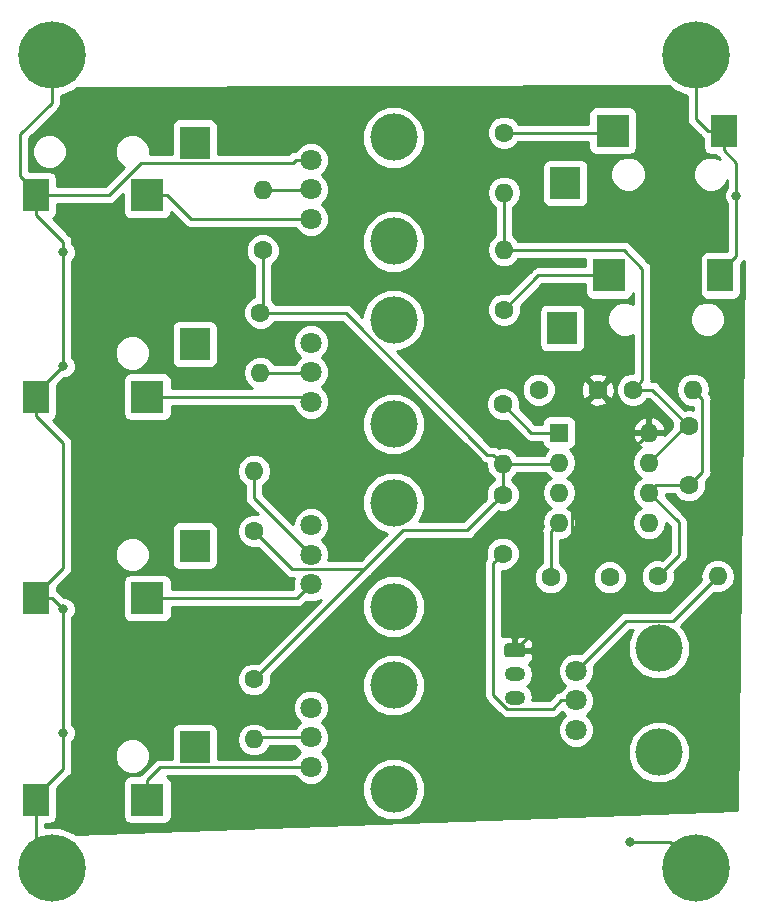
<source format=gbr>
G04 #@! TF.GenerationSoftware,KiCad,Pcbnew,(5.0.1)-rc2*
G04 #@! TF.CreationDate,2019-01-13T23:04:29-05:00*
G04 #@! TF.ProjectId,mixer,6D697865722E6B696361645F70636200,rev?*
G04 #@! TF.SameCoordinates,Original*
G04 #@! TF.FileFunction,Copper,L1,Top,Signal*
G04 #@! TF.FilePolarity,Positive*
%FSLAX46Y46*%
G04 Gerber Fmt 4.6, Leading zero omitted, Abs format (unit mm)*
G04 Created by KiCad (PCBNEW (5.0.1)-rc2) date 1/13/2019 11:04:29 PM*
%MOMM*%
%LPD*%
G01*
G04 APERTURE LIST*
G04 #@! TA.AperFunction,ComponentPad*
%ADD10O,1.600000X1.600000*%
G04 #@! TD*
G04 #@! TA.AperFunction,ComponentPad*
%ADD11C,1.600000*%
G04 #@! TD*
G04 #@! TA.AperFunction,ComponentPad*
%ADD12C,5.700000*%
G04 #@! TD*
G04 #@! TA.AperFunction,Conductor*
%ADD13C,0.100000*%
G04 #@! TD*
G04 #@! TA.AperFunction,ComponentPad*
%ADD14C,1.200000*%
G04 #@! TD*
G04 #@! TA.AperFunction,ComponentPad*
%ADD15O,1.750000X1.200000*%
G04 #@! TD*
G04 #@! TA.AperFunction,SMDPad,CuDef*
%ADD16R,2.600000X2.800000*%
G04 #@! TD*
G04 #@! TA.AperFunction,SMDPad,CuDef*
%ADD17R,2.800000X2.800000*%
G04 #@! TD*
G04 #@! TA.AperFunction,SMDPad,CuDef*
%ADD18R,2.200000X2.800000*%
G04 #@! TD*
G04 #@! TA.AperFunction,ComponentPad*
%ADD19C,1.800000*%
G04 #@! TD*
G04 #@! TA.AperFunction,WasherPad*
%ADD20C,4.000000*%
G04 #@! TD*
G04 #@! TA.AperFunction,ComponentPad*
%ADD21R,1.600000X1.600000*%
G04 #@! TD*
G04 #@! TA.AperFunction,ViaPad*
%ADD22C,0.800000*%
G04 #@! TD*
G04 #@! TA.AperFunction,Conductor*
%ADD23C,0.250000*%
G04 #@! TD*
G04 #@! TA.AperFunction,Conductor*
%ADD24C,0.254000*%
G04 #@! TD*
G04 APERTURE END LIST*
D10*
G04 #@! TO.P,R7,2*
G04 #@! TO.N,Net-(C4-Pad2)*
X155790900Y-69900800D03*
D11*
G04 #@! TO.P,R7,1*
G04 #@! TO.N,Net-(C4-Pad1)*
X150710900Y-69900800D03*
G04 #@! TD*
D12*
G04 #@! TO.P,H1,1*
G04 #@! TO.N,GND*
X101511100Y-110426500D03*
G04 #@! TD*
G04 #@! TO.P,H2,1*
G04 #@! TO.N,GND*
X101511100Y-41567100D03*
G04 #@! TD*
G04 #@! TO.P,H3,1*
G04 #@! TO.N,GND*
X156044900Y-110426500D03*
G04 #@! TD*
G04 #@! TO.P,H4,1*
G04 #@! TO.N,GND*
X156044900Y-41567100D03*
G04 #@! TD*
D13*
G04 #@! TO.N,+12V*
G04 #@! TO.C,J5*
G36*
X141352805Y-91374604D02*
X141377073Y-91378204D01*
X141400872Y-91384165D01*
X141423971Y-91392430D01*
X141446150Y-91402920D01*
X141467193Y-91415532D01*
X141486899Y-91430147D01*
X141505077Y-91446623D01*
X141521553Y-91464801D01*
X141536168Y-91484507D01*
X141548780Y-91505550D01*
X141559270Y-91527729D01*
X141567535Y-91550828D01*
X141573496Y-91574627D01*
X141577096Y-91598895D01*
X141578300Y-91623399D01*
X141578300Y-92323401D01*
X141577096Y-92347905D01*
X141573496Y-92372173D01*
X141567535Y-92395972D01*
X141559270Y-92419071D01*
X141548780Y-92441250D01*
X141536168Y-92462293D01*
X141521553Y-92481999D01*
X141505077Y-92500177D01*
X141486899Y-92516653D01*
X141467193Y-92531268D01*
X141446150Y-92543880D01*
X141423971Y-92554370D01*
X141400872Y-92562635D01*
X141377073Y-92568596D01*
X141352805Y-92572196D01*
X141328301Y-92573400D01*
X140078299Y-92573400D01*
X140053795Y-92572196D01*
X140029527Y-92568596D01*
X140005728Y-92562635D01*
X139982629Y-92554370D01*
X139960450Y-92543880D01*
X139939407Y-92531268D01*
X139919701Y-92516653D01*
X139901523Y-92500177D01*
X139885047Y-92481999D01*
X139870432Y-92462293D01*
X139857820Y-92441250D01*
X139847330Y-92419071D01*
X139839065Y-92395972D01*
X139833104Y-92372173D01*
X139829504Y-92347905D01*
X139828300Y-92323401D01*
X139828300Y-91623399D01*
X139829504Y-91598895D01*
X139833104Y-91574627D01*
X139839065Y-91550828D01*
X139847330Y-91527729D01*
X139857820Y-91505550D01*
X139870432Y-91484507D01*
X139885047Y-91464801D01*
X139901523Y-91446623D01*
X139919701Y-91430147D01*
X139939407Y-91415532D01*
X139960450Y-91402920D01*
X139982629Y-91392430D01*
X140005728Y-91384165D01*
X140029527Y-91378204D01*
X140053795Y-91374604D01*
X140078299Y-91373400D01*
X141328301Y-91373400D01*
X141352805Y-91374604D01*
X141352805Y-91374604D01*
G37*
D14*
G04 #@! TD*
G04 #@! TO.P,J5,1*
G04 #@! TO.N,+12V*
X140703300Y-91973400D03*
D15*
G04 #@! TO.P,J5,2*
G04 #@! TO.N,GND*
X140703300Y-93973400D03*
G04 #@! TO.P,J5,3*
G04 #@! TO.N,-12V*
X140703300Y-95973400D03*
G04 #@! TD*
D11*
G04 #@! TO.P,C4,1*
G04 #@! TO.N,Net-(C4-Pad1)*
X155448000Y-72999600D03*
G04 #@! TO.P,C4,2*
G04 #@! TO.N,Net-(C4-Pad2)*
X155448000Y-77999600D03*
G04 #@! TD*
G04 #@! TO.P,C1,2*
G04 #@! TO.N,+12V*
X147722600Y-69900800D03*
G04 #@! TO.P,C1,1*
G04 #@! TO.N,GND*
X142722600Y-69900800D03*
G04 #@! TD*
G04 #@! TO.P,C2,1*
G04 #@! TO.N,GND*
X148742400Y-85775800D03*
G04 #@! TO.P,C2,2*
G04 #@! TO.N,-12V*
X143742400Y-85775800D03*
G04 #@! TD*
G04 #@! TO.P,C3,1*
G04 #@! TO.N,Net-(C3-Pad1)*
X139674600Y-83794600D03*
G04 #@! TO.P,C3,2*
G04 #@! TO.N,Net-(C3-Pad2)*
X139674600Y-78794600D03*
G04 #@! TD*
D16*
G04 #@! TO.P,J1,TN*
G04 #@! TO.N,Net-(J1-PadTN)*
X113604400Y-48983200D03*
D17*
G04 #@! TO.P,J1,T*
G04 #@! TO.N,Net-(J1-PadT)*
X109604400Y-53433200D03*
D18*
G04 #@! TO.P,J1,S*
G04 #@! TO.N,GND*
X100204400Y-53433200D03*
G04 #@! TD*
G04 #@! TO.P,J2,S*
G04 #@! TO.N,GND*
X100204400Y-70493533D03*
D17*
G04 #@! TO.P,J2,T*
G04 #@! TO.N,Net-(J2-PadT)*
X109604400Y-70493533D03*
D16*
G04 #@! TO.P,J2,TN*
G04 #@! TO.N,Net-(J2-PadTN)*
X113604400Y-66043533D03*
G04 #@! TD*
D18*
G04 #@! TO.P,J3,S*
G04 #@! TO.N,GND*
X100204400Y-87553866D03*
D17*
G04 #@! TO.P,J3,T*
G04 #@! TO.N,Net-(J3-PadT)*
X109604400Y-87553866D03*
D16*
G04 #@! TO.P,J3,TN*
G04 #@! TO.N,Net-(J3-PadTN)*
X113604400Y-83103866D03*
G04 #@! TD*
D18*
G04 #@! TO.P,J4,S*
G04 #@! TO.N,GND*
X100204400Y-104614200D03*
D17*
G04 #@! TO.P,J4,T*
G04 #@! TO.N,Net-(J4-PadT)*
X109604400Y-104614200D03*
D16*
G04 #@! TO.P,J4,TN*
G04 #@! TO.N,Net-(J4-PadTN)*
X113604400Y-100164200D03*
G04 #@! TD*
G04 #@! TO.P,J6,TN*
G04 #@! TO.N,Net-(J6-PadTN)*
X144993000Y-52413600D03*
D17*
G04 #@! TO.P,J6,T*
G04 #@! TO.N,Net-(J6-PadT)*
X148993000Y-47963600D03*
D18*
G04 #@! TO.P,J6,S*
G04 #@! TO.N,GND*
X158393000Y-47963600D03*
G04 #@! TD*
D16*
G04 #@! TO.P,J7,TN*
G04 #@! TO.N,Net-(J7-PadTN)*
X144713600Y-64681800D03*
D17*
G04 #@! TO.P,J7,T*
G04 #@! TO.N,Net-(J7-PadT)*
X148713600Y-60231800D03*
D18*
G04 #@! TO.P,J7,S*
G04 #@! TO.N,GND*
X158113600Y-60231800D03*
G04 #@! TD*
D11*
G04 #@! TO.P,R1,1*
G04 #@! TO.N,Net-(C3-Pad2)*
X119354600Y-58089800D03*
D10*
G04 #@! TO.P,R1,2*
G04 #@! TO.N,Net-(R1-Pad2)*
X119354600Y-53009800D03*
G04 #@! TD*
G04 #@! TO.P,R2,2*
G04 #@! TO.N,Net-(R2-Pad2)*
X119151400Y-68478400D03*
D11*
G04 #@! TO.P,R2,1*
G04 #@! TO.N,Net-(C3-Pad2)*
X119151400Y-63398400D03*
G04 #@! TD*
G04 #@! TO.P,R3,1*
G04 #@! TO.N,Net-(C3-Pad2)*
X118618000Y-81864200D03*
D10*
G04 #@! TO.P,R3,2*
G04 #@! TO.N,Net-(R3-Pad2)*
X118618000Y-76784200D03*
G04 #@! TD*
D11*
G04 #@! TO.P,R4,1*
G04 #@! TO.N,Net-(C3-Pad2)*
X118618000Y-94437200D03*
D10*
G04 #@! TO.P,R4,2*
G04 #@! TO.N,Net-(R4-Pad2)*
X118618000Y-99517200D03*
G04 #@! TD*
D11*
G04 #@! TO.P,R5,1*
G04 #@! TO.N,Net-(C3-Pad1)*
X139700000Y-71120000D03*
D10*
G04 #@! TO.P,R5,2*
G04 #@! TO.N,Net-(C3-Pad2)*
X139700000Y-76200000D03*
G04 #@! TD*
G04 #@! TO.P,R6,2*
G04 #@! TO.N,Net-(R6-Pad2)*
X157886400Y-85699600D03*
D11*
G04 #@! TO.P,R6,1*
G04 #@! TO.N,Net-(C4-Pad2)*
X152806400Y-85699600D03*
G04 #@! TD*
D10*
G04 #@! TO.P,R8,2*
G04 #@! TO.N,Net-(C4-Pad1)*
X139801600Y-53213000D03*
D11*
G04 #@! TO.P,R8,1*
G04 #@! TO.N,Net-(J6-PadT)*
X139801600Y-48133000D03*
G04 #@! TD*
G04 #@! TO.P,R9,1*
G04 #@! TO.N,Net-(J7-PadT)*
X139801600Y-63144400D03*
D10*
G04 #@! TO.P,R9,2*
G04 #@! TO.N,Net-(C4-Pad1)*
X139801600Y-58064400D03*
G04 #@! TD*
D19*
G04 #@! TO.P,RV1,3*
G04 #@! TO.N,GND*
X123444000Y-50448200D03*
G04 #@! TO.P,RV1,2*
G04 #@! TO.N,Net-(R1-Pad2)*
X123444000Y-52948200D03*
G04 #@! TO.P,RV1,1*
G04 #@! TO.N,Net-(J1-PadT)*
X123444000Y-55448200D03*
D20*
G04 #@! TO.P,RV1,*
G04 #@! TO.N,*
X130444000Y-48548200D03*
X130444000Y-57348200D03*
G04 #@! TD*
D19*
G04 #@! TO.P,RV2,3*
G04 #@! TO.N,GND*
X123444000Y-65908333D03*
G04 #@! TO.P,RV2,2*
G04 #@! TO.N,Net-(R2-Pad2)*
X123444000Y-68408333D03*
G04 #@! TO.P,RV2,1*
G04 #@! TO.N,Net-(J2-PadT)*
X123444000Y-70908333D03*
D20*
G04 #@! TO.P,RV2,*
G04 #@! TO.N,*
X130444000Y-64008333D03*
X130444000Y-72808333D03*
G04 #@! TD*
G04 #@! TO.P,RV3,*
G04 #@! TO.N,*
X130444000Y-88268466D03*
X130444000Y-79468466D03*
D19*
G04 #@! TO.P,RV3,1*
G04 #@! TO.N,Net-(J3-PadT)*
X123444000Y-86368466D03*
G04 #@! TO.P,RV3,2*
G04 #@! TO.N,Net-(R3-Pad2)*
X123444000Y-83868466D03*
G04 #@! TO.P,RV3,3*
G04 #@! TO.N,GND*
X123444000Y-81368466D03*
G04 #@! TD*
D20*
G04 #@! TO.P,RV4,*
G04 #@! TO.N,*
X130444000Y-103728600D03*
X130444000Y-94928600D03*
D19*
G04 #@! TO.P,RV4,1*
G04 #@! TO.N,Net-(J4-PadT)*
X123444000Y-101828600D03*
G04 #@! TO.P,RV4,2*
G04 #@! TO.N,Net-(R4-Pad2)*
X123444000Y-99328600D03*
G04 #@! TO.P,RV4,3*
G04 #@! TO.N,GND*
X123444000Y-96828600D03*
G04 #@! TD*
G04 #@! TO.P,RV5,3*
G04 #@! TO.N,Net-(R6-Pad2)*
X145897600Y-93704400D03*
G04 #@! TO.P,RV5,2*
G04 #@! TO.N,Net-(C3-Pad1)*
X145897600Y-96204400D03*
G04 #@! TO.P,RV5,1*
G04 #@! TO.N,Net-(RV5-Pad1)*
X145897600Y-98704400D03*
D20*
G04 #@! TO.P,RV5,*
G04 #@! TO.N,*
X152897600Y-91804400D03*
X152897600Y-100604400D03*
G04 #@! TD*
D21*
G04 #@! TO.P,U1,1*
G04 #@! TO.N,Net-(C3-Pad1)*
X144449800Y-73533000D03*
D10*
G04 #@! TO.P,U1,5*
G04 #@! TO.N,GND*
X152069800Y-81153000D03*
G04 #@! TO.P,U1,2*
G04 #@! TO.N,Net-(C3-Pad2)*
X144449800Y-76073000D03*
G04 #@! TO.P,U1,6*
G04 #@! TO.N,Net-(C4-Pad2)*
X152069800Y-78613000D03*
G04 #@! TO.P,U1,3*
G04 #@! TO.N,GND*
X144449800Y-78613000D03*
G04 #@! TO.P,U1,7*
G04 #@! TO.N,Net-(C4-Pad1)*
X152069800Y-76073000D03*
G04 #@! TO.P,U1,4*
G04 #@! TO.N,-12V*
X144449800Y-81153000D03*
G04 #@! TO.P,U1,8*
G04 #@! TO.N,+12V*
X152069800Y-73533000D03*
G04 #@! TD*
D22*
G04 #@! TO.N,GND*
X102479401Y-58267600D03*
X102479401Y-88478867D03*
X102479401Y-67918532D03*
X102479401Y-98958400D03*
X159463600Y-53467000D03*
X150495000Y-108204000D03*
G04 #@! TD*
D23*
G04 #@! TO.N,+12V*
X141374010Y-91302690D02*
X140703300Y-91973400D01*
X145574801Y-87101899D02*
X141374010Y-91302690D01*
X145574801Y-80027999D02*
X145574801Y-87101899D01*
X152069800Y-73533000D02*
X145574801Y-80027999D01*
G04 #@! TO.N,GND*
X122171208Y-50448200D02*
X123444000Y-50448200D01*
X121911207Y-50708201D02*
X122171208Y-50448200D01*
X109068401Y-50708201D02*
X121911207Y-50708201D01*
X106343402Y-53433200D02*
X109068401Y-50708201D01*
X100204400Y-53433200D02*
X106343402Y-53433200D01*
X100204400Y-70193533D02*
X100204400Y-70493533D01*
X102479401Y-67918532D02*
X102479401Y-67918532D01*
X102479401Y-57358201D02*
X102479401Y-58267600D01*
X100204400Y-55083200D02*
X102479401Y-57358201D01*
X100204400Y-53433200D02*
X100204400Y-55083200D01*
X100204400Y-87253866D02*
X100204400Y-87553866D01*
X102479401Y-84978865D02*
X100204400Y-87253866D01*
X102479401Y-74418534D02*
X102479401Y-84978865D01*
X100204400Y-72143533D02*
X102479401Y-74418534D01*
X100204400Y-70493533D02*
X100204400Y-72143533D01*
X100204400Y-104314200D02*
X100204400Y-104614200D01*
X102479401Y-102039199D02*
X100204400Y-104314200D01*
X102479401Y-88478867D02*
X102479401Y-88478867D01*
X101554400Y-87553866D02*
X102479401Y-88478867D01*
X100204400Y-87553866D02*
X101554400Y-87553866D01*
X102479401Y-58267600D02*
X102479401Y-67918532D01*
X102479401Y-88478867D02*
X102479401Y-98958400D01*
X102479401Y-67918532D02*
X100204400Y-70193533D01*
X102479401Y-98958400D02*
X102479401Y-102039199D01*
X158113600Y-59931800D02*
X158113600Y-60231800D01*
X159463600Y-58581800D02*
X158113600Y-59931800D01*
X159463600Y-50684200D02*
X159463600Y-53467000D01*
X158393000Y-49613600D02*
X159463600Y-50684200D01*
X158393000Y-47963600D02*
X158393000Y-49613600D01*
X159463600Y-53467000D02*
X159463600Y-58581800D01*
X153822400Y-108204000D02*
X156044900Y-110426500D01*
X150495000Y-108204000D02*
X153822400Y-108204000D01*
X100204400Y-109119800D02*
X101511100Y-110426500D01*
X100204400Y-104614200D02*
X100204400Y-109119800D01*
X100204400Y-53133200D02*
X100204400Y-53433200D01*
X98854400Y-51783200D02*
X100204400Y-53133200D01*
X98854400Y-48254308D02*
X98854400Y-51783200D01*
X101511100Y-45597608D02*
X98854400Y-48254308D01*
X101511100Y-41567100D02*
X101511100Y-45597608D01*
X157043000Y-47963600D02*
X158393000Y-47963600D01*
X156044900Y-46965500D02*
X157043000Y-47963600D01*
X156044900Y-41567100D02*
X156044900Y-46965500D01*
G04 #@! TO.N,-12V*
X143742400Y-81860400D02*
X144449800Y-81153000D01*
X143742400Y-85775800D02*
X143742400Y-81860400D01*
G04 #@! TO.N,Net-(C3-Pad1)*
X142113000Y-73533000D02*
X139700000Y-71120000D01*
X144449800Y-73533000D02*
X142113000Y-73533000D01*
X138874601Y-84594599D02*
X139674600Y-83794600D01*
X138874601Y-95727862D02*
X138874601Y-84594599D01*
X140045149Y-96898410D02*
X138874601Y-95727862D01*
X143930798Y-96898410D02*
X140045149Y-96898410D01*
X144624808Y-96204400D02*
X143930798Y-96898410D01*
X145897600Y-96204400D02*
X144624808Y-96204400D01*
G04 #@! TO.N,Net-(C3-Pad2)*
X119354600Y-63195200D02*
X119151400Y-63398400D01*
X119354600Y-58089800D02*
X119354600Y-63195200D01*
X138874601Y-79594599D02*
X139674600Y-78794600D01*
X136675733Y-81793467D02*
X138874601Y-79594599D01*
X131261733Y-81793467D02*
X136675733Y-81793467D01*
X139674600Y-76225400D02*
X139700000Y-76200000D01*
X139674600Y-78794600D02*
X139674600Y-76225400D01*
X144322800Y-76200000D02*
X144449800Y-76073000D01*
X139700000Y-76200000D02*
X144322800Y-76200000D01*
X138900001Y-75400001D02*
X139700000Y-76200000D01*
X138394666Y-75400001D02*
X138900001Y-75400001D01*
X126393065Y-63398400D02*
X138394666Y-75400001D01*
X119151400Y-63398400D02*
X126393065Y-63398400D01*
X127961733Y-85093467D02*
X129565400Y-83489800D01*
X121847267Y-85093467D02*
X127961733Y-85093467D01*
X118618000Y-81864200D02*
X121847267Y-85093467D01*
X118618000Y-94437200D02*
X129565400Y-83489800D01*
X129565400Y-83489800D02*
X131261733Y-81793467D01*
G04 #@! TO.N,Net-(C4-Pad1)*
X139801600Y-53213000D02*
X139801600Y-58064400D01*
X155143200Y-72999600D02*
X155448000Y-72999600D01*
X152069800Y-76073000D02*
X155143200Y-72999600D01*
X152349200Y-69900800D02*
X150710900Y-69900800D01*
X155448000Y-72999600D02*
X152349200Y-69900800D01*
X151510899Y-69100801D02*
X150710900Y-69900800D01*
X151510899Y-59644097D02*
X151510899Y-69100801D01*
X149931202Y-58064400D02*
X151510899Y-59644097D01*
X139801600Y-58064400D02*
X149931202Y-58064400D01*
G04 #@! TO.N,Net-(C4-Pad2)*
X154584400Y-83921600D02*
X153606399Y-84899601D01*
X154584400Y-81127600D02*
X154584400Y-83921600D01*
X152069800Y-78613000D02*
X154584400Y-81127600D01*
X152806400Y-85699600D02*
X153606399Y-84899601D01*
X156247999Y-77199601D02*
X155448000Y-77999600D01*
X156590899Y-76856701D02*
X156247999Y-77199601D01*
X156590899Y-70700799D02*
X156590899Y-76856701D01*
X155790900Y-69900800D02*
X156590899Y-70700799D01*
X152683200Y-77999600D02*
X152069800Y-78613000D01*
X155448000Y-77999600D02*
X152683200Y-77999600D01*
G04 #@! TO.N,Net-(R1-Pad2)*
X123382400Y-53009800D02*
X123444000Y-52948200D01*
X119354600Y-53009800D02*
X123382400Y-53009800D01*
G04 #@! TO.N,Net-(R2-Pad2)*
X123373933Y-68478400D02*
X123444000Y-68408333D01*
X119151400Y-68478400D02*
X123373933Y-68478400D01*
G04 #@! TO.N,Net-(R3-Pad2)*
X118618000Y-79042466D02*
X118618000Y-76784200D01*
X123444000Y-83868466D02*
X118618000Y-79042466D01*
G04 #@! TO.N,Net-(R4-Pad2)*
X118806600Y-99328600D02*
X118618000Y-99517200D01*
X123444000Y-99328600D02*
X118806600Y-99328600D01*
G04 #@! TO.N,Net-(R6-Pad2)*
X157086401Y-86499599D02*
X157886400Y-85699600D01*
X154106601Y-89479399D02*
X157086401Y-86499599D01*
X150122601Y-89479399D02*
X154106601Y-89479399D01*
X145897600Y-93704400D02*
X150122601Y-89479399D01*
G04 #@! TO.N,Net-(J6-PadT)*
X148823600Y-48133000D02*
X148993000Y-47963600D01*
X139801600Y-48133000D02*
X148823600Y-48133000D01*
G04 #@! TO.N,Net-(J7-PadT)*
X142714200Y-60231800D02*
X148713600Y-60231800D01*
X139801600Y-63144400D02*
X142714200Y-60231800D01*
G04 #@! TO.N,Net-(J1-PadT)*
X122171208Y-55448200D02*
X123444000Y-55448200D01*
X113269400Y-55448200D02*
X122171208Y-55448200D01*
X111254400Y-53433200D02*
X113269400Y-55448200D01*
X109604400Y-53433200D02*
X111254400Y-53433200D01*
G04 #@! TO.N,Net-(J2-PadT)*
X123029200Y-70493533D02*
X123444000Y-70908333D01*
X109604400Y-70493533D02*
X123029200Y-70493533D01*
G04 #@! TO.N,Net-(J3-PadT)*
X122258600Y-87553866D02*
X123444000Y-86368466D01*
X109604400Y-87553866D02*
X122258600Y-87553866D01*
G04 #@! TO.N,Net-(J4-PadT)*
X122171208Y-101828600D02*
X123444000Y-101828600D01*
X122110607Y-101889201D02*
X122171208Y-101828600D01*
X110679399Y-101889201D02*
X122110607Y-101889201D01*
X109604400Y-102964200D02*
X110679399Y-101889201D01*
X109604400Y-104614200D02*
X109604400Y-102964200D01*
G04 #@! TD*
D24*
G04 #@! TO.N,+12V*
G36*
X154070806Y-44521540D02*
X155284901Y-45024435D01*
X155284901Y-46890648D01*
X155270012Y-46965500D01*
X155284901Y-47040352D01*
X155328997Y-47262037D01*
X155496972Y-47513429D01*
X155560428Y-47555829D01*
X156452670Y-48448072D01*
X156495071Y-48511529D01*
X156645560Y-48612083D01*
X156645560Y-49363600D01*
X156694843Y-49611365D01*
X156835191Y-49821409D01*
X157045235Y-49961757D01*
X157293000Y-50011040D01*
X157744518Y-50011040D01*
X157764409Y-50040808D01*
X157845072Y-50161529D01*
X157908528Y-50203929D01*
X158091664Y-50387065D01*
X157588385Y-50178600D01*
X156997615Y-50178600D01*
X156451815Y-50404678D01*
X156034078Y-50822415D01*
X155808000Y-51368215D01*
X155808000Y-51958985D01*
X156034078Y-52504785D01*
X156451815Y-52922522D01*
X156997615Y-53148600D01*
X157588385Y-53148600D01*
X158134185Y-52922522D01*
X158551922Y-52504785D01*
X158703601Y-52138601D01*
X158703601Y-52763288D01*
X158586169Y-52880720D01*
X158428600Y-53261126D01*
X158428600Y-53672874D01*
X158586169Y-54053280D01*
X158703600Y-54170711D01*
X158703601Y-58184360D01*
X157013600Y-58184360D01*
X156765835Y-58233643D01*
X156555791Y-58373991D01*
X156415443Y-58584035D01*
X156366160Y-58831800D01*
X156366160Y-61631800D01*
X156415443Y-61879565D01*
X156555791Y-62089609D01*
X156765835Y-62229957D01*
X157013600Y-62279240D01*
X159213600Y-62279240D01*
X159461365Y-62229957D01*
X159671409Y-62089609D01*
X159811757Y-61879565D01*
X159861040Y-61631800D01*
X159861040Y-59259163D01*
X159948076Y-59172127D01*
X160011529Y-59129729D01*
X160053927Y-59066276D01*
X160053929Y-59066274D01*
X160102196Y-58994036D01*
X159488208Y-105465271D01*
X103511620Y-107498486D01*
X103485194Y-107472060D01*
X102204310Y-106941500D01*
X100964400Y-106941500D01*
X100964400Y-106661640D01*
X101304400Y-106661640D01*
X101552165Y-106612357D01*
X101762209Y-106472009D01*
X101902557Y-106261965D01*
X101951840Y-106014200D01*
X101951840Y-103641562D01*
X102379202Y-103214200D01*
X107556960Y-103214200D01*
X107556960Y-106014200D01*
X107606243Y-106261965D01*
X107746591Y-106472009D01*
X107956635Y-106612357D01*
X108204400Y-106661640D01*
X111004400Y-106661640D01*
X111252165Y-106612357D01*
X111462209Y-106472009D01*
X111602557Y-106261965D01*
X111651840Y-106014200D01*
X111651840Y-103214200D01*
X111602557Y-102966435D01*
X111462209Y-102756391D01*
X111301789Y-102649201D01*
X122035760Y-102649201D01*
X122110607Y-102664089D01*
X122127230Y-102660783D01*
X122142690Y-102698107D01*
X122574493Y-103129910D01*
X123138670Y-103363600D01*
X123749330Y-103363600D01*
X124133513Y-103204466D01*
X127809000Y-103204466D01*
X127809000Y-104252734D01*
X128210155Y-105221208D01*
X128951392Y-105962445D01*
X129919866Y-106363600D01*
X130968134Y-106363600D01*
X131936608Y-105962445D01*
X132677845Y-105221208D01*
X133079000Y-104252734D01*
X133079000Y-103204466D01*
X132677845Y-102235992D01*
X131936608Y-101494755D01*
X130968134Y-101093600D01*
X129919866Y-101093600D01*
X128951392Y-101494755D01*
X128210155Y-102235992D01*
X127809000Y-103204466D01*
X124133513Y-103204466D01*
X124313507Y-103129910D01*
X124745310Y-102698107D01*
X124979000Y-102133930D01*
X124979000Y-101523270D01*
X124745310Y-100959093D01*
X124364817Y-100578600D01*
X124745310Y-100198107D01*
X124979000Y-99633930D01*
X124979000Y-99023270D01*
X124745310Y-98459093D01*
X124364817Y-98078600D01*
X124745310Y-97698107D01*
X124979000Y-97133930D01*
X124979000Y-96523270D01*
X124745310Y-95959093D01*
X124313507Y-95527290D01*
X123749330Y-95293600D01*
X123138670Y-95293600D01*
X122574493Y-95527290D01*
X122142690Y-95959093D01*
X121909000Y-96523270D01*
X121909000Y-97133930D01*
X122142690Y-97698107D01*
X122523183Y-98078600D01*
X122142690Y-98459093D01*
X122097331Y-98568600D01*
X119710025Y-98568600D01*
X119652577Y-98482623D01*
X119177909Y-98165460D01*
X118759333Y-98082200D01*
X118476667Y-98082200D01*
X118058091Y-98165460D01*
X117583423Y-98482623D01*
X117266260Y-98957291D01*
X117154887Y-99517200D01*
X117266260Y-100077109D01*
X117583423Y-100551777D01*
X118058091Y-100868940D01*
X118476667Y-100952200D01*
X118759333Y-100952200D01*
X119177909Y-100868940D01*
X119652577Y-100551777D01*
X119962062Y-100088600D01*
X122097331Y-100088600D01*
X122142690Y-100198107D01*
X122523183Y-100578600D01*
X122142690Y-100959093D01*
X122097418Y-101068390D01*
X122096360Y-101068600D01*
X122096356Y-101068600D01*
X121874671Y-101112696D01*
X121849970Y-101129201D01*
X115551840Y-101129201D01*
X115551840Y-98764200D01*
X115502557Y-98516435D01*
X115362209Y-98306391D01*
X115152165Y-98166043D01*
X114904400Y-98116760D01*
X112304400Y-98116760D01*
X112056635Y-98166043D01*
X111846591Y-98306391D01*
X111706243Y-98516435D01*
X111656960Y-98764200D01*
X111656960Y-101129201D01*
X110754245Y-101129201D01*
X110679398Y-101114313D01*
X110604551Y-101129201D01*
X110604547Y-101129201D01*
X110382862Y-101173297D01*
X110131470Y-101341272D01*
X110089070Y-101404728D01*
X109119928Y-102373871D01*
X109056472Y-102416271D01*
X109014072Y-102479727D01*
X109014071Y-102479728D01*
X108955918Y-102566760D01*
X108204400Y-102566760D01*
X107956635Y-102616043D01*
X107746591Y-102756391D01*
X107606243Y-102966435D01*
X107556960Y-103214200D01*
X102379202Y-103214200D01*
X102963874Y-102629528D01*
X103027330Y-102587128D01*
X103195305Y-102335736D01*
X103239401Y-102114051D01*
X103239401Y-102114047D01*
X103254289Y-102039200D01*
X103239401Y-101964353D01*
X103239401Y-100618815D01*
X106819400Y-100618815D01*
X106819400Y-101209585D01*
X107045478Y-101755385D01*
X107463215Y-102173122D01*
X108009015Y-102399200D01*
X108599785Y-102399200D01*
X109145585Y-102173122D01*
X109563322Y-101755385D01*
X109789400Y-101209585D01*
X109789400Y-100618815D01*
X109563322Y-100073015D01*
X109145585Y-99655278D01*
X108599785Y-99429200D01*
X108009015Y-99429200D01*
X107463215Y-99655278D01*
X107045478Y-100073015D01*
X106819400Y-100618815D01*
X103239401Y-100618815D01*
X103239401Y-99662111D01*
X103356832Y-99544680D01*
X103514401Y-99164274D01*
X103514401Y-98752526D01*
X103356832Y-98372120D01*
X103239401Y-98254689D01*
X103239401Y-89182578D01*
X103356832Y-89065147D01*
X103514401Y-88684741D01*
X103514401Y-88272993D01*
X103356832Y-87892587D01*
X103065681Y-87601436D01*
X102685275Y-87443867D01*
X102519202Y-87443867D01*
X102144731Y-87069396D01*
X102102329Y-87005937D01*
X101951840Y-86905383D01*
X101951840Y-86581228D01*
X102379202Y-86153866D01*
X107556960Y-86153866D01*
X107556960Y-88953866D01*
X107606243Y-89201631D01*
X107746591Y-89411675D01*
X107956635Y-89552023D01*
X108204400Y-89601306D01*
X111004400Y-89601306D01*
X111252165Y-89552023D01*
X111462209Y-89411675D01*
X111602557Y-89201631D01*
X111651840Y-88953866D01*
X111651840Y-88313866D01*
X122183753Y-88313866D01*
X122258600Y-88328754D01*
X122333447Y-88313866D01*
X122333452Y-88313866D01*
X122555137Y-88269770D01*
X122806529Y-88101795D01*
X122848931Y-88038336D01*
X123029161Y-87858106D01*
X123138670Y-87903466D01*
X123749330Y-87903466D01*
X124308583Y-87671816D01*
X118956302Y-93024097D01*
X118903439Y-93002200D01*
X118332561Y-93002200D01*
X117805138Y-93220666D01*
X117401466Y-93624338D01*
X117183000Y-94151761D01*
X117183000Y-94722639D01*
X117401466Y-95250062D01*
X117805138Y-95653734D01*
X118332561Y-95872200D01*
X118903439Y-95872200D01*
X119430862Y-95653734D01*
X119834534Y-95250062D01*
X120053000Y-94722639D01*
X120053000Y-94404466D01*
X127809000Y-94404466D01*
X127809000Y-95452734D01*
X128210155Y-96421208D01*
X128951392Y-97162445D01*
X129919866Y-97563600D01*
X130968134Y-97563600D01*
X131936608Y-97162445D01*
X132677845Y-96421208D01*
X133079000Y-95452734D01*
X133079000Y-94404466D01*
X132677845Y-93435992D01*
X131936608Y-92694755D01*
X130968134Y-92293600D01*
X129919866Y-92293600D01*
X128951392Y-92694755D01*
X128210155Y-93435992D01*
X127809000Y-94404466D01*
X120053000Y-94404466D01*
X120053000Y-94151761D01*
X120031103Y-94098898D01*
X126385669Y-87744332D01*
X127809000Y-87744332D01*
X127809000Y-88792600D01*
X128210155Y-89761074D01*
X128951392Y-90502311D01*
X129919866Y-90903466D01*
X130968134Y-90903466D01*
X131936608Y-90502311D01*
X132677845Y-89761074D01*
X133079000Y-88792600D01*
X133079000Y-87744332D01*
X132677845Y-86775858D01*
X131936608Y-86034621D01*
X130968134Y-85633466D01*
X129919866Y-85633466D01*
X128951392Y-86034621D01*
X128210155Y-86775858D01*
X127809000Y-87744332D01*
X126385669Y-87744332D01*
X128446206Y-85683796D01*
X128509662Y-85641396D01*
X128552062Y-85577940D01*
X129535403Y-84594599D01*
X138099713Y-84594599D01*
X138114602Y-84669451D01*
X138114601Y-95653015D01*
X138099713Y-95727862D01*
X138114601Y-95802709D01*
X138114601Y-95802713D01*
X138158697Y-96024398D01*
X138326672Y-96275791D01*
X138390131Y-96318193D01*
X139454820Y-97382883D01*
X139497220Y-97446339D01*
X139748612Y-97614314D01*
X139970297Y-97658410D01*
X139970302Y-97658410D01*
X140045149Y-97673298D01*
X140119996Y-97658410D01*
X143855951Y-97658410D01*
X143930798Y-97673298D01*
X144005645Y-97658410D01*
X144005650Y-97658410D01*
X144227335Y-97614314D01*
X144478727Y-97446339D01*
X144521128Y-97382881D01*
X144713196Y-97190813D01*
X144976783Y-97454400D01*
X144596290Y-97834893D01*
X144362600Y-98399070D01*
X144362600Y-99009730D01*
X144596290Y-99573907D01*
X145028093Y-100005710D01*
X145592270Y-100239400D01*
X146202930Y-100239400D01*
X146587113Y-100080266D01*
X150262600Y-100080266D01*
X150262600Y-101128534D01*
X150663755Y-102097008D01*
X151404992Y-102838245D01*
X152373466Y-103239400D01*
X153421734Y-103239400D01*
X154390208Y-102838245D01*
X155131445Y-102097008D01*
X155532600Y-101128534D01*
X155532600Y-100080266D01*
X155131445Y-99111792D01*
X154390208Y-98370555D01*
X153421734Y-97969400D01*
X152373466Y-97969400D01*
X151404992Y-98370555D01*
X150663755Y-99111792D01*
X150262600Y-100080266D01*
X146587113Y-100080266D01*
X146767107Y-100005710D01*
X147198910Y-99573907D01*
X147432600Y-99009730D01*
X147432600Y-98399070D01*
X147198910Y-97834893D01*
X146818417Y-97454400D01*
X147198910Y-97073907D01*
X147432600Y-96509730D01*
X147432600Y-95899070D01*
X147198910Y-95334893D01*
X146818417Y-94954400D01*
X147198910Y-94573907D01*
X147432600Y-94009730D01*
X147432600Y-93399070D01*
X147387240Y-93289561D01*
X150437403Y-90239399D01*
X150736148Y-90239399D01*
X150663755Y-90311792D01*
X150262600Y-91280266D01*
X150262600Y-92328534D01*
X150663755Y-93297008D01*
X151404992Y-94038245D01*
X152373466Y-94439400D01*
X153421734Y-94439400D01*
X154390208Y-94038245D01*
X155131445Y-93297008D01*
X155532600Y-92328534D01*
X155532600Y-91280266D01*
X155131445Y-90311792D01*
X154740227Y-89920574D01*
X157562514Y-87098288D01*
X157745067Y-87134600D01*
X158027733Y-87134600D01*
X158446309Y-87051340D01*
X158920977Y-86734177D01*
X159238140Y-86259509D01*
X159349513Y-85699600D01*
X159238140Y-85139691D01*
X158920977Y-84665023D01*
X158446309Y-84347860D01*
X158027733Y-84264600D01*
X157745067Y-84264600D01*
X157326491Y-84347860D01*
X156851823Y-84665023D01*
X156534660Y-85139691D01*
X156423287Y-85699600D01*
X156487712Y-86023486D01*
X153791800Y-88719399D01*
X150197449Y-88719399D01*
X150122601Y-88704511D01*
X150047753Y-88719399D01*
X150047749Y-88719399D01*
X149874206Y-88753919D01*
X149826063Y-88763495D01*
X149782505Y-88792600D01*
X149574672Y-88931470D01*
X149532272Y-88994926D01*
X146312439Y-92214760D01*
X146202930Y-92169400D01*
X145592270Y-92169400D01*
X145028093Y-92403090D01*
X144596290Y-92834893D01*
X144362600Y-93399070D01*
X144362600Y-94009730D01*
X144596290Y-94573907D01*
X144976783Y-94954400D01*
X144596290Y-95334893D01*
X144551018Y-95444190D01*
X144549960Y-95444400D01*
X144549956Y-95444400D01*
X144328271Y-95488496D01*
X144328269Y-95488497D01*
X144328270Y-95488497D01*
X144140334Y-95614071D01*
X144140332Y-95614073D01*
X144076879Y-95656471D01*
X144034480Y-95719925D01*
X143615996Y-96138410D01*
X142204672Y-96138410D01*
X142237495Y-95973400D01*
X142141644Y-95491527D01*
X141868685Y-95083015D01*
X141704635Y-94973400D01*
X141868685Y-94863785D01*
X142141644Y-94455273D01*
X142237495Y-93973400D01*
X142141644Y-93491527D01*
X141898736Y-93127990D01*
X141937999Y-93111727D01*
X142116627Y-92933098D01*
X142213300Y-92699709D01*
X142213300Y-92259150D01*
X142054550Y-92100400D01*
X140830300Y-92100400D01*
X140830300Y-92120400D01*
X140576300Y-92120400D01*
X140576300Y-92100400D01*
X140556300Y-92100400D01*
X140556300Y-91846400D01*
X140576300Y-91846400D01*
X140576300Y-90897150D01*
X140830300Y-90897150D01*
X140830300Y-91846400D01*
X142054550Y-91846400D01*
X142213300Y-91687650D01*
X142213300Y-91247091D01*
X142116627Y-91013702D01*
X141937999Y-90835073D01*
X141704610Y-90738400D01*
X140989050Y-90738400D01*
X140830300Y-90897150D01*
X140576300Y-90897150D01*
X140417550Y-90738400D01*
X139701990Y-90738400D01*
X139634601Y-90766313D01*
X139634601Y-85229600D01*
X139960039Y-85229600D01*
X140487462Y-85011134D01*
X140891134Y-84607462D01*
X141109600Y-84080039D01*
X141109600Y-83509161D01*
X140891134Y-82981738D01*
X140487462Y-82578066D01*
X139960039Y-82359600D01*
X139389161Y-82359600D01*
X138861738Y-82578066D01*
X138458066Y-82981738D01*
X138239600Y-83509161D01*
X138239600Y-84080039D01*
X138264389Y-84139884D01*
X138158698Y-84298062D01*
X138099713Y-84594599D01*
X129535403Y-84594599D01*
X130155729Y-83974273D01*
X130155731Y-83974270D01*
X131576535Y-82553467D01*
X136600886Y-82553467D01*
X136675733Y-82568355D01*
X136750580Y-82553467D01*
X136750585Y-82553467D01*
X136972270Y-82509371D01*
X137223662Y-82341396D01*
X137266064Y-82277937D01*
X139336298Y-80207704D01*
X139389161Y-80229600D01*
X139960039Y-80229600D01*
X140487462Y-80011134D01*
X140891134Y-79607462D01*
X141109600Y-79080039D01*
X141109600Y-78509161D01*
X140891134Y-77981738D01*
X140487462Y-77578066D01*
X140434600Y-77556170D01*
X140434600Y-77435015D01*
X140734577Y-77234577D01*
X140918043Y-76960000D01*
X143316615Y-76960000D01*
X143415223Y-77107577D01*
X143767558Y-77343000D01*
X143415223Y-77578423D01*
X143098060Y-78053091D01*
X142986687Y-78613000D01*
X143098060Y-79172909D01*
X143415223Y-79647577D01*
X143767558Y-79883000D01*
X143415223Y-80118423D01*
X143098060Y-80593091D01*
X142986687Y-81153000D01*
X143058797Y-81515522D01*
X143026497Y-81563863D01*
X142967512Y-81860400D01*
X142982401Y-81935252D01*
X142982400Y-84537370D01*
X142929538Y-84559266D01*
X142525866Y-84962938D01*
X142307400Y-85490361D01*
X142307400Y-86061239D01*
X142525866Y-86588662D01*
X142929538Y-86992334D01*
X143456961Y-87210800D01*
X144027839Y-87210800D01*
X144555262Y-86992334D01*
X144958934Y-86588662D01*
X145177400Y-86061239D01*
X145177400Y-85490361D01*
X147307400Y-85490361D01*
X147307400Y-86061239D01*
X147525866Y-86588662D01*
X147929538Y-86992334D01*
X148456961Y-87210800D01*
X149027839Y-87210800D01*
X149555262Y-86992334D01*
X149958934Y-86588662D01*
X150177400Y-86061239D01*
X150177400Y-85490361D01*
X149958934Y-84962938D01*
X149555262Y-84559266D01*
X149027839Y-84340800D01*
X148456961Y-84340800D01*
X147929538Y-84559266D01*
X147525866Y-84962938D01*
X147307400Y-85490361D01*
X145177400Y-85490361D01*
X144958934Y-84962938D01*
X144555262Y-84559266D01*
X144502400Y-84537370D01*
X144502400Y-82588000D01*
X144591133Y-82588000D01*
X145009709Y-82504740D01*
X145484377Y-82187577D01*
X145801540Y-81712909D01*
X145912913Y-81153000D01*
X145801540Y-80593091D01*
X145484377Y-80118423D01*
X145132042Y-79883000D01*
X145484377Y-79647577D01*
X145801540Y-79172909D01*
X145912913Y-78613000D01*
X145801540Y-78053091D01*
X145484377Y-77578423D01*
X145132042Y-77343000D01*
X145484377Y-77107577D01*
X145801540Y-76632909D01*
X145912913Y-76073000D01*
X145801540Y-75513091D01*
X145484377Y-75038423D01*
X145363694Y-74957785D01*
X145497565Y-74931157D01*
X145707609Y-74790809D01*
X145847957Y-74580765D01*
X145897240Y-74333000D01*
X145897240Y-73183961D01*
X150677896Y-73183961D01*
X150799885Y-73406000D01*
X151942800Y-73406000D01*
X151942800Y-72262371D01*
X152196800Y-72262371D01*
X152196800Y-73406000D01*
X153339715Y-73406000D01*
X153461704Y-73183961D01*
X153300841Y-72795577D01*
X152924934Y-72380611D01*
X152418841Y-72141086D01*
X152196800Y-72262371D01*
X151942800Y-72262371D01*
X151720759Y-72141086D01*
X151214666Y-72380611D01*
X150838759Y-72795577D01*
X150677896Y-73183961D01*
X145897240Y-73183961D01*
X145897240Y-72733000D01*
X145847957Y-72485235D01*
X145707609Y-72275191D01*
X145497565Y-72134843D01*
X145249800Y-72085560D01*
X143649800Y-72085560D01*
X143402035Y-72134843D01*
X143191991Y-72275191D01*
X143051643Y-72485235D01*
X143002360Y-72733000D01*
X143002360Y-72773000D01*
X142427803Y-72773000D01*
X141113104Y-71458302D01*
X141135000Y-71405439D01*
X141135000Y-70834561D01*
X140916534Y-70307138D01*
X140512862Y-69903466D01*
X139985439Y-69685000D01*
X139414561Y-69685000D01*
X138887138Y-69903466D01*
X138483466Y-70307138D01*
X138265000Y-70834561D01*
X138265000Y-71405439D01*
X138483466Y-71932862D01*
X138887138Y-72336534D01*
X139414561Y-72555000D01*
X139985439Y-72555000D01*
X140038302Y-72533104D01*
X141522673Y-74017476D01*
X141565071Y-74080929D01*
X141628524Y-74123327D01*
X141628526Y-74123329D01*
X141753902Y-74207102D01*
X141816463Y-74248904D01*
X142038148Y-74293000D01*
X142038152Y-74293000D01*
X142112999Y-74307888D01*
X142187846Y-74293000D01*
X143002360Y-74293000D01*
X143002360Y-74333000D01*
X143051643Y-74580765D01*
X143191991Y-74790809D01*
X143402035Y-74931157D01*
X143535906Y-74957785D01*
X143415223Y-75038423D01*
X143146898Y-75440000D01*
X140918043Y-75440000D01*
X140734577Y-75165423D01*
X140259909Y-74848260D01*
X139841333Y-74765000D01*
X139558667Y-74765000D01*
X139372915Y-74801948D01*
X139196538Y-74684097D01*
X138974853Y-74640001D01*
X138974848Y-74640001D01*
X138900001Y-74625113D01*
X138825154Y-74640001D01*
X138709468Y-74640001D01*
X133684828Y-69615361D01*
X141287600Y-69615361D01*
X141287600Y-70186239D01*
X141506066Y-70713662D01*
X141909738Y-71117334D01*
X142437161Y-71335800D01*
X143008039Y-71335800D01*
X143535462Y-71117334D01*
X143744251Y-70908545D01*
X146894461Y-70908545D01*
X146968595Y-71154664D01*
X147505823Y-71347765D01*
X148076054Y-71320578D01*
X148476605Y-71154664D01*
X148550739Y-70908545D01*
X147722600Y-70080405D01*
X146894461Y-70908545D01*
X143744251Y-70908545D01*
X143939134Y-70713662D01*
X144157600Y-70186239D01*
X144157600Y-69684023D01*
X146275635Y-69684023D01*
X146302822Y-70254254D01*
X146468736Y-70654805D01*
X146714855Y-70728939D01*
X147542995Y-69900800D01*
X147902205Y-69900800D01*
X148730345Y-70728939D01*
X148976464Y-70654805D01*
X149169565Y-70117577D01*
X149142378Y-69547346D01*
X148976464Y-69146795D01*
X148730345Y-69072661D01*
X147902205Y-69900800D01*
X147542995Y-69900800D01*
X146714855Y-69072661D01*
X146468736Y-69146795D01*
X146275635Y-69684023D01*
X144157600Y-69684023D01*
X144157600Y-69615361D01*
X143939134Y-69087938D01*
X143744251Y-68893055D01*
X146894461Y-68893055D01*
X147722600Y-69721195D01*
X148550739Y-68893055D01*
X148476605Y-68646936D01*
X147939377Y-68453835D01*
X147369146Y-68481022D01*
X146968595Y-68646936D01*
X146894461Y-68893055D01*
X143744251Y-68893055D01*
X143535462Y-68684266D01*
X143008039Y-68465800D01*
X142437161Y-68465800D01*
X141909738Y-68684266D01*
X141506066Y-69087938D01*
X141287600Y-69615361D01*
X133684828Y-69615361D01*
X130712799Y-66643333D01*
X130968134Y-66643333D01*
X131936608Y-66242178D01*
X132677845Y-65500941D01*
X133079000Y-64532467D01*
X133079000Y-63484199D01*
X132677845Y-62515725D01*
X131936608Y-61774488D01*
X130968134Y-61373333D01*
X129919866Y-61373333D01*
X128951392Y-61774488D01*
X128210155Y-62515725D01*
X127809000Y-63484199D01*
X127809000Y-63739534D01*
X126983396Y-62913930D01*
X126940994Y-62850471D01*
X126689602Y-62682496D01*
X126467917Y-62638400D01*
X126467912Y-62638400D01*
X126393065Y-62623512D01*
X126318218Y-62638400D01*
X120389830Y-62638400D01*
X120367934Y-62585538D01*
X120114600Y-62332204D01*
X120114600Y-59328230D01*
X120167462Y-59306334D01*
X120571134Y-58902662D01*
X120789600Y-58375239D01*
X120789600Y-57804361D01*
X120571134Y-57276938D01*
X120167462Y-56873266D01*
X119640039Y-56654800D01*
X119069161Y-56654800D01*
X118541738Y-56873266D01*
X118138066Y-57276938D01*
X117919600Y-57804361D01*
X117919600Y-58375239D01*
X118138066Y-58902662D01*
X118541738Y-59306334D01*
X118594600Y-59328230D01*
X118594601Y-62075801D01*
X118338538Y-62181866D01*
X117934866Y-62585538D01*
X117716400Y-63112961D01*
X117716400Y-63683839D01*
X117934866Y-64211262D01*
X118338538Y-64614934D01*
X118865961Y-64833400D01*
X119436839Y-64833400D01*
X119964262Y-64614934D01*
X120367934Y-64211262D01*
X120389830Y-64158400D01*
X126078264Y-64158400D01*
X137804336Y-75884473D01*
X137846737Y-75947930D01*
X138098129Y-76115905D01*
X138247697Y-76145656D01*
X138236887Y-76200000D01*
X138348260Y-76759909D01*
X138665423Y-77234577D01*
X138914601Y-77401072D01*
X138914600Y-77556170D01*
X138861738Y-77578066D01*
X138458066Y-77981738D01*
X138239600Y-78509161D01*
X138239600Y-79080039D01*
X138261496Y-79132902D01*
X136360932Y-81033467D01*
X132605452Y-81033467D01*
X132677845Y-80961074D01*
X133079000Y-79992600D01*
X133079000Y-78944332D01*
X132677845Y-77975858D01*
X131936608Y-77234621D01*
X130968134Y-76833466D01*
X129919866Y-76833466D01*
X128951392Y-77234621D01*
X128210155Y-77975858D01*
X127809000Y-78944332D01*
X127809000Y-79992600D01*
X128210155Y-80961074D01*
X128951392Y-81702311D01*
X129889507Y-82090891D01*
X129080930Y-82899469D01*
X129080927Y-82899471D01*
X127646931Y-84333467D01*
X124912862Y-84333467D01*
X124979000Y-84173796D01*
X124979000Y-83563136D01*
X124745310Y-82998959D01*
X124364817Y-82618466D01*
X124745310Y-82237973D01*
X124979000Y-81673796D01*
X124979000Y-81063136D01*
X124745310Y-80498959D01*
X124313507Y-80067156D01*
X123749330Y-79833466D01*
X123138670Y-79833466D01*
X122574493Y-80067156D01*
X122142690Y-80498959D01*
X121909000Y-81063136D01*
X121909000Y-81258664D01*
X119378000Y-78727665D01*
X119378000Y-78002243D01*
X119652577Y-77818777D01*
X119969740Y-77344109D01*
X120081113Y-76784200D01*
X119969740Y-76224291D01*
X119652577Y-75749623D01*
X119177909Y-75432460D01*
X118759333Y-75349200D01*
X118476667Y-75349200D01*
X118058091Y-75432460D01*
X117583423Y-75749623D01*
X117266260Y-76224291D01*
X117154887Y-76784200D01*
X117266260Y-77344109D01*
X117583423Y-77818777D01*
X117858000Y-78002244D01*
X117858000Y-78967619D01*
X117843112Y-79042466D01*
X117858000Y-79117313D01*
X117858000Y-79117317D01*
X117902096Y-79339002D01*
X118070071Y-79590395D01*
X118133530Y-79632797D01*
X118948667Y-80447934D01*
X118903439Y-80429200D01*
X118332561Y-80429200D01*
X117805138Y-80647666D01*
X117401466Y-81051338D01*
X117183000Y-81578761D01*
X117183000Y-82149639D01*
X117401466Y-82677062D01*
X117805138Y-83080734D01*
X118332561Y-83299200D01*
X118903439Y-83299200D01*
X118956302Y-83277303D01*
X121256938Y-85577940D01*
X121299338Y-85641396D01*
X121550730Y-85809371D01*
X121772415Y-85853467D01*
X121772419Y-85853467D01*
X121847266Y-85868355D01*
X121922113Y-85853467D01*
X121995848Y-85853467D01*
X121909000Y-86063136D01*
X121909000Y-86673796D01*
X121954360Y-86783305D01*
X121943799Y-86793866D01*
X111651840Y-86793866D01*
X111651840Y-86153866D01*
X111602557Y-85906101D01*
X111462209Y-85696057D01*
X111252165Y-85555709D01*
X111004400Y-85506426D01*
X108204400Y-85506426D01*
X107956635Y-85555709D01*
X107746591Y-85696057D01*
X107606243Y-85906101D01*
X107556960Y-86153866D01*
X102379202Y-86153866D01*
X102963874Y-85569194D01*
X103027330Y-85526794D01*
X103195305Y-85275402D01*
X103239401Y-85053717D01*
X103239401Y-85053713D01*
X103254289Y-84978866D01*
X103239401Y-84904019D01*
X103239401Y-83558481D01*
X106819400Y-83558481D01*
X106819400Y-84149251D01*
X107045478Y-84695051D01*
X107463215Y-85112788D01*
X108009015Y-85338866D01*
X108599785Y-85338866D01*
X109145585Y-85112788D01*
X109563322Y-84695051D01*
X109789400Y-84149251D01*
X109789400Y-83558481D01*
X109563322Y-83012681D01*
X109145585Y-82594944D01*
X108599785Y-82368866D01*
X108009015Y-82368866D01*
X107463215Y-82594944D01*
X107045478Y-83012681D01*
X106819400Y-83558481D01*
X103239401Y-83558481D01*
X103239401Y-81703866D01*
X111656960Y-81703866D01*
X111656960Y-84503866D01*
X111706243Y-84751631D01*
X111846591Y-84961675D01*
X112056635Y-85102023D01*
X112304400Y-85151306D01*
X114904400Y-85151306D01*
X115152165Y-85102023D01*
X115362209Y-84961675D01*
X115502557Y-84751631D01*
X115551840Y-84503866D01*
X115551840Y-81703866D01*
X115502557Y-81456101D01*
X115362209Y-81246057D01*
X115152165Y-81105709D01*
X114904400Y-81056426D01*
X112304400Y-81056426D01*
X112056635Y-81105709D01*
X111846591Y-81246057D01*
X111706243Y-81456101D01*
X111656960Y-81703866D01*
X103239401Y-81703866D01*
X103239401Y-74493380D01*
X103254289Y-74418533D01*
X103239401Y-74343686D01*
X103239401Y-74343682D01*
X103195305Y-74121997D01*
X103027330Y-73870605D01*
X102963874Y-73828205D01*
X101597240Y-72461572D01*
X101762209Y-72351342D01*
X101902557Y-72141298D01*
X101951840Y-71893533D01*
X101951840Y-69520895D01*
X102379202Y-69093533D01*
X107556960Y-69093533D01*
X107556960Y-71893533D01*
X107606243Y-72141298D01*
X107746591Y-72351342D01*
X107956635Y-72491690D01*
X108204400Y-72540973D01*
X111004400Y-72540973D01*
X111252165Y-72491690D01*
X111462209Y-72351342D01*
X111602557Y-72141298D01*
X111651840Y-71893533D01*
X111651840Y-71253533D01*
X121925515Y-71253533D01*
X122142690Y-71777840D01*
X122574493Y-72209643D01*
X123138670Y-72443333D01*
X123749330Y-72443333D01*
X124133513Y-72284199D01*
X127809000Y-72284199D01*
X127809000Y-73332467D01*
X128210155Y-74300941D01*
X128951392Y-75042178D01*
X129919866Y-75443333D01*
X130968134Y-75443333D01*
X131936608Y-75042178D01*
X132677845Y-74300941D01*
X133079000Y-73332467D01*
X133079000Y-72284199D01*
X132677845Y-71315725D01*
X131936608Y-70574488D01*
X130968134Y-70173333D01*
X129919866Y-70173333D01*
X128951392Y-70574488D01*
X128210155Y-71315725D01*
X127809000Y-72284199D01*
X124133513Y-72284199D01*
X124313507Y-72209643D01*
X124745310Y-71777840D01*
X124979000Y-71213663D01*
X124979000Y-70603003D01*
X124745310Y-70038826D01*
X124364817Y-69658333D01*
X124745310Y-69277840D01*
X124979000Y-68713663D01*
X124979000Y-68103003D01*
X124745310Y-67538826D01*
X124364817Y-67158333D01*
X124745310Y-66777840D01*
X124979000Y-66213663D01*
X124979000Y-65603003D01*
X124745310Y-65038826D01*
X124313507Y-64607023D01*
X123749330Y-64373333D01*
X123138670Y-64373333D01*
X122574493Y-64607023D01*
X122142690Y-65038826D01*
X121909000Y-65603003D01*
X121909000Y-66213663D01*
X122142690Y-66777840D01*
X122523183Y-67158333D01*
X122142690Y-67538826D01*
X122068308Y-67718400D01*
X120369443Y-67718400D01*
X120185977Y-67443823D01*
X119711309Y-67126660D01*
X119292733Y-67043400D01*
X119010067Y-67043400D01*
X118591491Y-67126660D01*
X118116823Y-67443823D01*
X117799660Y-67918491D01*
X117688287Y-68478400D01*
X117799660Y-69038309D01*
X118116823Y-69512977D01*
X118446908Y-69733533D01*
X111651840Y-69733533D01*
X111651840Y-69093533D01*
X111602557Y-68845768D01*
X111462209Y-68635724D01*
X111252165Y-68495376D01*
X111004400Y-68446093D01*
X108204400Y-68446093D01*
X107956635Y-68495376D01*
X107746591Y-68635724D01*
X107606243Y-68845768D01*
X107556960Y-69093533D01*
X102379202Y-69093533D01*
X102519203Y-68953532D01*
X102685275Y-68953532D01*
X103065681Y-68795963D01*
X103356832Y-68504812D01*
X103514401Y-68124406D01*
X103514401Y-67712658D01*
X103356832Y-67332252D01*
X103239401Y-67214821D01*
X103239401Y-66498148D01*
X106819400Y-66498148D01*
X106819400Y-67088918D01*
X107045478Y-67634718D01*
X107463215Y-68052455D01*
X108009015Y-68278533D01*
X108599785Y-68278533D01*
X109145585Y-68052455D01*
X109563322Y-67634718D01*
X109789400Y-67088918D01*
X109789400Y-66498148D01*
X109563322Y-65952348D01*
X109145585Y-65534611D01*
X108599785Y-65308533D01*
X108009015Y-65308533D01*
X107463215Y-65534611D01*
X107045478Y-65952348D01*
X106819400Y-66498148D01*
X103239401Y-66498148D01*
X103239401Y-64643533D01*
X111656960Y-64643533D01*
X111656960Y-67443533D01*
X111706243Y-67691298D01*
X111846591Y-67901342D01*
X112056635Y-68041690D01*
X112304400Y-68090973D01*
X114904400Y-68090973D01*
X115152165Y-68041690D01*
X115362209Y-67901342D01*
X115502557Y-67691298D01*
X115551840Y-67443533D01*
X115551840Y-64643533D01*
X115502557Y-64395768D01*
X115362209Y-64185724D01*
X115152165Y-64045376D01*
X114904400Y-63996093D01*
X112304400Y-63996093D01*
X112056635Y-64045376D01*
X111846591Y-64185724D01*
X111706243Y-64395768D01*
X111656960Y-64643533D01*
X103239401Y-64643533D01*
X103239401Y-58971311D01*
X103356832Y-58853880D01*
X103514401Y-58473474D01*
X103514401Y-58061726D01*
X103356832Y-57681320D01*
X103239401Y-57563889D01*
X103239401Y-57433047D01*
X103254289Y-57358200D01*
X103239401Y-57283353D01*
X103239401Y-57283349D01*
X103195305Y-57061664D01*
X103027330Y-56810272D01*
X102963874Y-56767872D01*
X101597240Y-55401239D01*
X101762209Y-55291009D01*
X101902557Y-55080965D01*
X101951840Y-54833200D01*
X101951840Y-54193200D01*
X106268555Y-54193200D01*
X106343402Y-54208088D01*
X106418249Y-54193200D01*
X106418254Y-54193200D01*
X106639939Y-54149104D01*
X106891331Y-53981129D01*
X106933733Y-53917670D01*
X107556960Y-53294443D01*
X107556960Y-54833200D01*
X107606243Y-55080965D01*
X107746591Y-55291009D01*
X107956635Y-55431357D01*
X108204400Y-55480640D01*
X111004400Y-55480640D01*
X111252165Y-55431357D01*
X111462209Y-55291009D01*
X111602557Y-55080965D01*
X111639854Y-54893456D01*
X112679073Y-55932676D01*
X112721471Y-55996129D01*
X112784924Y-56038527D01*
X112784926Y-56038529D01*
X112910302Y-56122302D01*
X112972863Y-56164104D01*
X113194548Y-56208200D01*
X113194552Y-56208200D01*
X113269399Y-56223088D01*
X113344246Y-56208200D01*
X122097331Y-56208200D01*
X122142690Y-56317707D01*
X122574493Y-56749510D01*
X123138670Y-56983200D01*
X123749330Y-56983200D01*
X124133513Y-56824066D01*
X127809000Y-56824066D01*
X127809000Y-57872334D01*
X128210155Y-58840808D01*
X128951392Y-59582045D01*
X129919866Y-59983200D01*
X130968134Y-59983200D01*
X131936608Y-59582045D01*
X132677845Y-58840808D01*
X133079000Y-57872334D01*
X133079000Y-56824066D01*
X132677845Y-55855592D01*
X131936608Y-55114355D01*
X130968134Y-54713200D01*
X129919866Y-54713200D01*
X128951392Y-55114355D01*
X128210155Y-55855592D01*
X127809000Y-56824066D01*
X124133513Y-56824066D01*
X124313507Y-56749510D01*
X124745310Y-56317707D01*
X124979000Y-55753530D01*
X124979000Y-55142870D01*
X124745310Y-54578693D01*
X124364817Y-54198200D01*
X124745310Y-53817707D01*
X124979000Y-53253530D01*
X124979000Y-53213000D01*
X138338487Y-53213000D01*
X138449860Y-53772909D01*
X138767023Y-54247577D01*
X139041600Y-54431044D01*
X139041601Y-56846356D01*
X138767023Y-57029823D01*
X138449860Y-57504491D01*
X138338487Y-58064400D01*
X138449860Y-58624309D01*
X138767023Y-59098977D01*
X139241691Y-59416140D01*
X139660267Y-59499400D01*
X139942933Y-59499400D01*
X140361509Y-59416140D01*
X140836177Y-59098977D01*
X141019643Y-58824400D01*
X146667632Y-58824400D01*
X146666160Y-58831800D01*
X146666160Y-59471800D01*
X142789046Y-59471800D01*
X142714199Y-59456912D01*
X142639352Y-59471800D01*
X142639348Y-59471800D01*
X142417663Y-59515896D01*
X142355102Y-59557698D01*
X142229726Y-59641471D01*
X142229724Y-59641473D01*
X142166271Y-59683871D01*
X142123873Y-59747324D01*
X140139902Y-61731297D01*
X140087039Y-61709400D01*
X139516161Y-61709400D01*
X138988738Y-61927866D01*
X138585066Y-62331538D01*
X138366600Y-62858961D01*
X138366600Y-63429839D01*
X138585066Y-63957262D01*
X138988738Y-64360934D01*
X139516161Y-64579400D01*
X140087039Y-64579400D01*
X140614462Y-64360934D01*
X141018134Y-63957262D01*
X141236600Y-63429839D01*
X141236600Y-63281800D01*
X142766160Y-63281800D01*
X142766160Y-66081800D01*
X142815443Y-66329565D01*
X142955791Y-66539609D01*
X143165835Y-66679957D01*
X143413600Y-66729240D01*
X146013600Y-66729240D01*
X146261365Y-66679957D01*
X146471409Y-66539609D01*
X146611757Y-66329565D01*
X146661040Y-66081800D01*
X146661040Y-63281800D01*
X146611757Y-63034035D01*
X146471409Y-62823991D01*
X146261365Y-62683643D01*
X146013600Y-62634360D01*
X143413600Y-62634360D01*
X143165835Y-62683643D01*
X142955791Y-62823991D01*
X142815443Y-63034035D01*
X142766160Y-63281800D01*
X141236600Y-63281800D01*
X141236600Y-62858961D01*
X141214703Y-62806098D01*
X143029003Y-60991800D01*
X146666160Y-60991800D01*
X146666160Y-61631800D01*
X146715443Y-61879565D01*
X146855791Y-62089609D01*
X147065835Y-62229957D01*
X147313600Y-62279240D01*
X150113600Y-62279240D01*
X150361365Y-62229957D01*
X150571409Y-62089609D01*
X150711757Y-61879565D01*
X150750899Y-61682782D01*
X150750899Y-62629847D01*
X150308985Y-62446800D01*
X149718215Y-62446800D01*
X149172415Y-62672878D01*
X148754678Y-63090615D01*
X148528600Y-63636415D01*
X148528600Y-64227185D01*
X148754678Y-64772985D01*
X149172415Y-65190722D01*
X149718215Y-65416800D01*
X150308985Y-65416800D01*
X150750900Y-65233753D01*
X150750900Y-68465800D01*
X150425461Y-68465800D01*
X149898038Y-68684266D01*
X149494366Y-69087938D01*
X149275900Y-69615361D01*
X149275900Y-70186239D01*
X149494366Y-70713662D01*
X149898038Y-71117334D01*
X150425461Y-71335800D01*
X150996339Y-71335800D01*
X151523762Y-71117334D01*
X151927434Y-70713662D01*
X151949330Y-70660800D01*
X152034399Y-70660800D01*
X154034897Y-72661298D01*
X154013000Y-72714161D01*
X154013000Y-73054998D01*
X153363928Y-73704071D01*
X153339715Y-73660000D01*
X152196800Y-73660000D01*
X152196800Y-73680000D01*
X151942800Y-73680000D01*
X151942800Y-73660000D01*
X150799885Y-73660000D01*
X150677896Y-73882039D01*
X150838759Y-74270423D01*
X151214666Y-74685389D01*
X151418908Y-74782053D01*
X151035223Y-75038423D01*
X150718060Y-75513091D01*
X150606687Y-76073000D01*
X150718060Y-76632909D01*
X151035223Y-77107577D01*
X151387558Y-77343000D01*
X151035223Y-77578423D01*
X150718060Y-78053091D01*
X150606687Y-78613000D01*
X150718060Y-79172909D01*
X151035223Y-79647577D01*
X151387558Y-79883000D01*
X151035223Y-80118423D01*
X150718060Y-80593091D01*
X150606687Y-81153000D01*
X150718060Y-81712909D01*
X151035223Y-82187577D01*
X151509891Y-82504740D01*
X151928467Y-82588000D01*
X152211133Y-82588000D01*
X152629709Y-82504740D01*
X153104377Y-82187577D01*
X153421540Y-81712909D01*
X153532913Y-81153000D01*
X153532395Y-81150398D01*
X153824400Y-81442403D01*
X153824401Y-83606797D01*
X153144702Y-84286497D01*
X153091839Y-84264600D01*
X152520961Y-84264600D01*
X151993538Y-84483066D01*
X151589866Y-84886738D01*
X151371400Y-85414161D01*
X151371400Y-85985039D01*
X151589866Y-86512462D01*
X151993538Y-86916134D01*
X152520961Y-87134600D01*
X153091839Y-87134600D01*
X153619262Y-86916134D01*
X154022934Y-86512462D01*
X154241400Y-85985039D01*
X154241400Y-85414161D01*
X154219503Y-85361298D01*
X155068873Y-84511929D01*
X155132329Y-84469529D01*
X155300304Y-84218137D01*
X155344400Y-83996452D01*
X155344400Y-83996448D01*
X155359288Y-83921601D01*
X155344400Y-83846754D01*
X155344400Y-81202446D01*
X155359288Y-81127599D01*
X155344400Y-81052752D01*
X155344400Y-81052748D01*
X155300304Y-80831063D01*
X155258502Y-80768502D01*
X155174729Y-80643126D01*
X155174727Y-80643124D01*
X155132329Y-80579671D01*
X155068876Y-80537273D01*
X153468488Y-78936886D01*
X153503752Y-78759600D01*
X154209570Y-78759600D01*
X154231466Y-78812462D01*
X154635138Y-79216134D01*
X155162561Y-79434600D01*
X155733439Y-79434600D01*
X156260862Y-79216134D01*
X156664534Y-78812462D01*
X156883000Y-78285039D01*
X156883000Y-77714161D01*
X156861103Y-77661298D01*
X157075369Y-77447032D01*
X157138828Y-77404630D01*
X157275824Y-77199602D01*
X157306803Y-77153239D01*
X157316379Y-77105096D01*
X157350899Y-76931553D01*
X157350899Y-76931549D01*
X157365787Y-76856701D01*
X157350899Y-76781853D01*
X157350899Y-70775645D01*
X157365787Y-70700798D01*
X157350899Y-70625951D01*
X157350899Y-70625947D01*
X157306803Y-70404262D01*
X157206571Y-70254254D01*
X157188952Y-70227884D01*
X157254013Y-69900800D01*
X157142640Y-69340891D01*
X156825477Y-68866223D01*
X156350809Y-68549060D01*
X155932233Y-68465800D01*
X155649567Y-68465800D01*
X155230991Y-68549060D01*
X154756323Y-68866223D01*
X154439160Y-69340891D01*
X154327787Y-69900800D01*
X154439160Y-70460709D01*
X154756323Y-70935377D01*
X155230991Y-71252540D01*
X155649567Y-71335800D01*
X155830899Y-71335800D01*
X155830899Y-71604969D01*
X155733439Y-71564600D01*
X155162561Y-71564600D01*
X155109698Y-71586497D01*
X152939531Y-69416330D01*
X152897129Y-69352871D01*
X152645737Y-69184896D01*
X152424052Y-69140800D01*
X152424047Y-69140800D01*
X152349200Y-69125912D01*
X152277974Y-69140080D01*
X152285787Y-69100802D01*
X152270899Y-69025955D01*
X152270899Y-63636415D01*
X155528600Y-63636415D01*
X155528600Y-64227185D01*
X155754678Y-64772985D01*
X156172415Y-65190722D01*
X156718215Y-65416800D01*
X157308985Y-65416800D01*
X157854785Y-65190722D01*
X158272522Y-64772985D01*
X158498600Y-64227185D01*
X158498600Y-63636415D01*
X158272522Y-63090615D01*
X157854785Y-62672878D01*
X157308985Y-62446800D01*
X156718215Y-62446800D01*
X156172415Y-62672878D01*
X155754678Y-63090615D01*
X155528600Y-63636415D01*
X152270899Y-63636415D01*
X152270899Y-59718944D01*
X152285787Y-59644097D01*
X152270899Y-59569250D01*
X152270899Y-59569245D01*
X152226803Y-59347560D01*
X152058828Y-59096168D01*
X151995372Y-59053768D01*
X150521533Y-57579930D01*
X150479131Y-57516471D01*
X150227739Y-57348496D01*
X150006054Y-57304400D01*
X150006049Y-57304400D01*
X149931202Y-57289512D01*
X149856355Y-57304400D01*
X141019643Y-57304400D01*
X140836177Y-57029823D01*
X140561600Y-56846357D01*
X140561600Y-54431043D01*
X140836177Y-54247577D01*
X141153340Y-53772909D01*
X141264713Y-53213000D01*
X141153340Y-52653091D01*
X140836177Y-52178423D01*
X140361509Y-51861260D01*
X139942933Y-51778000D01*
X139660267Y-51778000D01*
X139241691Y-51861260D01*
X138767023Y-52178423D01*
X138449860Y-52653091D01*
X138338487Y-53213000D01*
X124979000Y-53213000D01*
X124979000Y-52642870D01*
X124745310Y-52078693D01*
X124364817Y-51698200D01*
X124745310Y-51317707D01*
X124979000Y-50753530D01*
X124979000Y-50142870D01*
X124745310Y-49578693D01*
X124313507Y-49146890D01*
X123749330Y-48913200D01*
X123138670Y-48913200D01*
X122574493Y-49146890D01*
X122142690Y-49578693D01*
X122097418Y-49687990D01*
X122096361Y-49688200D01*
X122096356Y-49688200D01*
X121874671Y-49732296D01*
X121623279Y-49900271D01*
X121591253Y-49948201D01*
X115551840Y-49948201D01*
X115551840Y-48024066D01*
X127809000Y-48024066D01*
X127809000Y-49072334D01*
X128210155Y-50040808D01*
X128951392Y-50782045D01*
X129919866Y-51183200D01*
X130968134Y-51183200D01*
X131377584Y-51013600D01*
X143045560Y-51013600D01*
X143045560Y-53813600D01*
X143094843Y-54061365D01*
X143235191Y-54271409D01*
X143445235Y-54411757D01*
X143693000Y-54461040D01*
X146293000Y-54461040D01*
X146540765Y-54411757D01*
X146750809Y-54271409D01*
X146891157Y-54061365D01*
X146940440Y-53813600D01*
X146940440Y-51368215D01*
X148808000Y-51368215D01*
X148808000Y-51958985D01*
X149034078Y-52504785D01*
X149451815Y-52922522D01*
X149997615Y-53148600D01*
X150588385Y-53148600D01*
X151134185Y-52922522D01*
X151551922Y-52504785D01*
X151778000Y-51958985D01*
X151778000Y-51368215D01*
X151551922Y-50822415D01*
X151134185Y-50404678D01*
X150588385Y-50178600D01*
X149997615Y-50178600D01*
X149451815Y-50404678D01*
X149034078Y-50822415D01*
X148808000Y-51368215D01*
X146940440Y-51368215D01*
X146940440Y-51013600D01*
X146891157Y-50765835D01*
X146750809Y-50555791D01*
X146540765Y-50415443D01*
X146293000Y-50366160D01*
X143693000Y-50366160D01*
X143445235Y-50415443D01*
X143235191Y-50555791D01*
X143094843Y-50765835D01*
X143045560Y-51013600D01*
X131377584Y-51013600D01*
X131936608Y-50782045D01*
X132677845Y-50040808D01*
X133079000Y-49072334D01*
X133079000Y-48024066D01*
X133005890Y-47847561D01*
X138366600Y-47847561D01*
X138366600Y-48418439D01*
X138585066Y-48945862D01*
X138988738Y-49349534D01*
X139516161Y-49568000D01*
X140087039Y-49568000D01*
X140614462Y-49349534D01*
X141018134Y-48945862D01*
X141040030Y-48893000D01*
X146945560Y-48893000D01*
X146945560Y-49363600D01*
X146994843Y-49611365D01*
X147135191Y-49821409D01*
X147345235Y-49961757D01*
X147593000Y-50011040D01*
X150393000Y-50011040D01*
X150640765Y-49961757D01*
X150850809Y-49821409D01*
X150991157Y-49611365D01*
X151040440Y-49363600D01*
X151040440Y-46563600D01*
X150991157Y-46315835D01*
X150850809Y-46105791D01*
X150640765Y-45965443D01*
X150393000Y-45916160D01*
X147593000Y-45916160D01*
X147345235Y-45965443D01*
X147135191Y-46105791D01*
X146994843Y-46315835D01*
X146945560Y-46563600D01*
X146945560Y-47373000D01*
X141040030Y-47373000D01*
X141018134Y-47320138D01*
X140614462Y-46916466D01*
X140087039Y-46698000D01*
X139516161Y-46698000D01*
X138988738Y-46916466D01*
X138585066Y-47320138D01*
X138366600Y-47847561D01*
X133005890Y-47847561D01*
X132677845Y-47055592D01*
X131936608Y-46314355D01*
X130968134Y-45913200D01*
X129919866Y-45913200D01*
X128951392Y-46314355D01*
X128210155Y-47055592D01*
X127809000Y-48024066D01*
X115551840Y-48024066D01*
X115551840Y-47583200D01*
X115502557Y-47335435D01*
X115362209Y-47125391D01*
X115152165Y-46985043D01*
X114904400Y-46935760D01*
X112304400Y-46935760D01*
X112056635Y-46985043D01*
X111846591Y-47125391D01*
X111706243Y-47335435D01*
X111656960Y-47583200D01*
X111656960Y-49948201D01*
X109789400Y-49948201D01*
X109789400Y-49437815D01*
X109563322Y-48892015D01*
X109145585Y-48474278D01*
X108599785Y-48248200D01*
X108009015Y-48248200D01*
X107463215Y-48474278D01*
X107045478Y-48892015D01*
X106819400Y-49437815D01*
X106819400Y-50028585D01*
X107045478Y-50574385D01*
X107463215Y-50992122D01*
X107637491Y-51064309D01*
X106028601Y-52673200D01*
X101951840Y-52673200D01*
X101951840Y-52033200D01*
X101902557Y-51785435D01*
X101762209Y-51575391D01*
X101552165Y-51435043D01*
X101304400Y-51385760D01*
X99614400Y-51385760D01*
X99614400Y-49437815D01*
X99819400Y-49437815D01*
X99819400Y-50028585D01*
X100045478Y-50574385D01*
X100463215Y-50992122D01*
X101009015Y-51218200D01*
X101599785Y-51218200D01*
X102145585Y-50992122D01*
X102563322Y-50574385D01*
X102789400Y-50028585D01*
X102789400Y-49437815D01*
X102563322Y-48892015D01*
X102145585Y-48474278D01*
X101599785Y-48248200D01*
X101009015Y-48248200D01*
X100463215Y-48474278D01*
X100045478Y-48892015D01*
X99819400Y-49437815D01*
X99614400Y-49437815D01*
X99614400Y-48569109D01*
X101995573Y-46187937D01*
X102059029Y-46145537D01*
X102227004Y-45894145D01*
X102271100Y-45672460D01*
X102271100Y-45672456D01*
X102285988Y-45597609D01*
X102271100Y-45522762D01*
X102271100Y-45024435D01*
X103485194Y-44521540D01*
X103636924Y-44369810D01*
X153765652Y-44216386D01*
X154070806Y-44521540D01*
X154070806Y-44521540D01*
G37*
X154070806Y-44521540D02*
X155284901Y-45024435D01*
X155284901Y-46890648D01*
X155270012Y-46965500D01*
X155284901Y-47040352D01*
X155328997Y-47262037D01*
X155496972Y-47513429D01*
X155560428Y-47555829D01*
X156452670Y-48448072D01*
X156495071Y-48511529D01*
X156645560Y-48612083D01*
X156645560Y-49363600D01*
X156694843Y-49611365D01*
X156835191Y-49821409D01*
X157045235Y-49961757D01*
X157293000Y-50011040D01*
X157744518Y-50011040D01*
X157764409Y-50040808D01*
X157845072Y-50161529D01*
X157908528Y-50203929D01*
X158091664Y-50387065D01*
X157588385Y-50178600D01*
X156997615Y-50178600D01*
X156451815Y-50404678D01*
X156034078Y-50822415D01*
X155808000Y-51368215D01*
X155808000Y-51958985D01*
X156034078Y-52504785D01*
X156451815Y-52922522D01*
X156997615Y-53148600D01*
X157588385Y-53148600D01*
X158134185Y-52922522D01*
X158551922Y-52504785D01*
X158703601Y-52138601D01*
X158703601Y-52763288D01*
X158586169Y-52880720D01*
X158428600Y-53261126D01*
X158428600Y-53672874D01*
X158586169Y-54053280D01*
X158703600Y-54170711D01*
X158703601Y-58184360D01*
X157013600Y-58184360D01*
X156765835Y-58233643D01*
X156555791Y-58373991D01*
X156415443Y-58584035D01*
X156366160Y-58831800D01*
X156366160Y-61631800D01*
X156415443Y-61879565D01*
X156555791Y-62089609D01*
X156765835Y-62229957D01*
X157013600Y-62279240D01*
X159213600Y-62279240D01*
X159461365Y-62229957D01*
X159671409Y-62089609D01*
X159811757Y-61879565D01*
X159861040Y-61631800D01*
X159861040Y-59259163D01*
X159948076Y-59172127D01*
X160011529Y-59129729D01*
X160053927Y-59066276D01*
X160053929Y-59066274D01*
X160102196Y-58994036D01*
X159488208Y-105465271D01*
X103511620Y-107498486D01*
X103485194Y-107472060D01*
X102204310Y-106941500D01*
X100964400Y-106941500D01*
X100964400Y-106661640D01*
X101304400Y-106661640D01*
X101552165Y-106612357D01*
X101762209Y-106472009D01*
X101902557Y-106261965D01*
X101951840Y-106014200D01*
X101951840Y-103641562D01*
X102379202Y-103214200D01*
X107556960Y-103214200D01*
X107556960Y-106014200D01*
X107606243Y-106261965D01*
X107746591Y-106472009D01*
X107956635Y-106612357D01*
X108204400Y-106661640D01*
X111004400Y-106661640D01*
X111252165Y-106612357D01*
X111462209Y-106472009D01*
X111602557Y-106261965D01*
X111651840Y-106014200D01*
X111651840Y-103214200D01*
X111602557Y-102966435D01*
X111462209Y-102756391D01*
X111301789Y-102649201D01*
X122035760Y-102649201D01*
X122110607Y-102664089D01*
X122127230Y-102660783D01*
X122142690Y-102698107D01*
X122574493Y-103129910D01*
X123138670Y-103363600D01*
X123749330Y-103363600D01*
X124133513Y-103204466D01*
X127809000Y-103204466D01*
X127809000Y-104252734D01*
X128210155Y-105221208D01*
X128951392Y-105962445D01*
X129919866Y-106363600D01*
X130968134Y-106363600D01*
X131936608Y-105962445D01*
X132677845Y-105221208D01*
X133079000Y-104252734D01*
X133079000Y-103204466D01*
X132677845Y-102235992D01*
X131936608Y-101494755D01*
X130968134Y-101093600D01*
X129919866Y-101093600D01*
X128951392Y-101494755D01*
X128210155Y-102235992D01*
X127809000Y-103204466D01*
X124133513Y-103204466D01*
X124313507Y-103129910D01*
X124745310Y-102698107D01*
X124979000Y-102133930D01*
X124979000Y-101523270D01*
X124745310Y-100959093D01*
X124364817Y-100578600D01*
X124745310Y-100198107D01*
X124979000Y-99633930D01*
X124979000Y-99023270D01*
X124745310Y-98459093D01*
X124364817Y-98078600D01*
X124745310Y-97698107D01*
X124979000Y-97133930D01*
X124979000Y-96523270D01*
X124745310Y-95959093D01*
X124313507Y-95527290D01*
X123749330Y-95293600D01*
X123138670Y-95293600D01*
X122574493Y-95527290D01*
X122142690Y-95959093D01*
X121909000Y-96523270D01*
X121909000Y-97133930D01*
X122142690Y-97698107D01*
X122523183Y-98078600D01*
X122142690Y-98459093D01*
X122097331Y-98568600D01*
X119710025Y-98568600D01*
X119652577Y-98482623D01*
X119177909Y-98165460D01*
X118759333Y-98082200D01*
X118476667Y-98082200D01*
X118058091Y-98165460D01*
X117583423Y-98482623D01*
X117266260Y-98957291D01*
X117154887Y-99517200D01*
X117266260Y-100077109D01*
X117583423Y-100551777D01*
X118058091Y-100868940D01*
X118476667Y-100952200D01*
X118759333Y-100952200D01*
X119177909Y-100868940D01*
X119652577Y-100551777D01*
X119962062Y-100088600D01*
X122097331Y-100088600D01*
X122142690Y-100198107D01*
X122523183Y-100578600D01*
X122142690Y-100959093D01*
X122097418Y-101068390D01*
X122096360Y-101068600D01*
X122096356Y-101068600D01*
X121874671Y-101112696D01*
X121849970Y-101129201D01*
X115551840Y-101129201D01*
X115551840Y-98764200D01*
X115502557Y-98516435D01*
X115362209Y-98306391D01*
X115152165Y-98166043D01*
X114904400Y-98116760D01*
X112304400Y-98116760D01*
X112056635Y-98166043D01*
X111846591Y-98306391D01*
X111706243Y-98516435D01*
X111656960Y-98764200D01*
X111656960Y-101129201D01*
X110754245Y-101129201D01*
X110679398Y-101114313D01*
X110604551Y-101129201D01*
X110604547Y-101129201D01*
X110382862Y-101173297D01*
X110131470Y-101341272D01*
X110089070Y-101404728D01*
X109119928Y-102373871D01*
X109056472Y-102416271D01*
X109014072Y-102479727D01*
X109014071Y-102479728D01*
X108955918Y-102566760D01*
X108204400Y-102566760D01*
X107956635Y-102616043D01*
X107746591Y-102756391D01*
X107606243Y-102966435D01*
X107556960Y-103214200D01*
X102379202Y-103214200D01*
X102963874Y-102629528D01*
X103027330Y-102587128D01*
X103195305Y-102335736D01*
X103239401Y-102114051D01*
X103239401Y-102114047D01*
X103254289Y-102039200D01*
X103239401Y-101964353D01*
X103239401Y-100618815D01*
X106819400Y-100618815D01*
X106819400Y-101209585D01*
X107045478Y-101755385D01*
X107463215Y-102173122D01*
X108009015Y-102399200D01*
X108599785Y-102399200D01*
X109145585Y-102173122D01*
X109563322Y-101755385D01*
X109789400Y-101209585D01*
X109789400Y-100618815D01*
X109563322Y-100073015D01*
X109145585Y-99655278D01*
X108599785Y-99429200D01*
X108009015Y-99429200D01*
X107463215Y-99655278D01*
X107045478Y-100073015D01*
X106819400Y-100618815D01*
X103239401Y-100618815D01*
X103239401Y-99662111D01*
X103356832Y-99544680D01*
X103514401Y-99164274D01*
X103514401Y-98752526D01*
X103356832Y-98372120D01*
X103239401Y-98254689D01*
X103239401Y-89182578D01*
X103356832Y-89065147D01*
X103514401Y-88684741D01*
X103514401Y-88272993D01*
X103356832Y-87892587D01*
X103065681Y-87601436D01*
X102685275Y-87443867D01*
X102519202Y-87443867D01*
X102144731Y-87069396D01*
X102102329Y-87005937D01*
X101951840Y-86905383D01*
X101951840Y-86581228D01*
X102379202Y-86153866D01*
X107556960Y-86153866D01*
X107556960Y-88953866D01*
X107606243Y-89201631D01*
X107746591Y-89411675D01*
X107956635Y-89552023D01*
X108204400Y-89601306D01*
X111004400Y-89601306D01*
X111252165Y-89552023D01*
X111462209Y-89411675D01*
X111602557Y-89201631D01*
X111651840Y-88953866D01*
X111651840Y-88313866D01*
X122183753Y-88313866D01*
X122258600Y-88328754D01*
X122333447Y-88313866D01*
X122333452Y-88313866D01*
X122555137Y-88269770D01*
X122806529Y-88101795D01*
X122848931Y-88038336D01*
X123029161Y-87858106D01*
X123138670Y-87903466D01*
X123749330Y-87903466D01*
X124308583Y-87671816D01*
X118956302Y-93024097D01*
X118903439Y-93002200D01*
X118332561Y-93002200D01*
X117805138Y-93220666D01*
X117401466Y-93624338D01*
X117183000Y-94151761D01*
X117183000Y-94722639D01*
X117401466Y-95250062D01*
X117805138Y-95653734D01*
X118332561Y-95872200D01*
X118903439Y-95872200D01*
X119430862Y-95653734D01*
X119834534Y-95250062D01*
X120053000Y-94722639D01*
X120053000Y-94404466D01*
X127809000Y-94404466D01*
X127809000Y-95452734D01*
X128210155Y-96421208D01*
X128951392Y-97162445D01*
X129919866Y-97563600D01*
X130968134Y-97563600D01*
X131936608Y-97162445D01*
X132677845Y-96421208D01*
X133079000Y-95452734D01*
X133079000Y-94404466D01*
X132677845Y-93435992D01*
X131936608Y-92694755D01*
X130968134Y-92293600D01*
X129919866Y-92293600D01*
X128951392Y-92694755D01*
X128210155Y-93435992D01*
X127809000Y-94404466D01*
X120053000Y-94404466D01*
X120053000Y-94151761D01*
X120031103Y-94098898D01*
X126385669Y-87744332D01*
X127809000Y-87744332D01*
X127809000Y-88792600D01*
X128210155Y-89761074D01*
X128951392Y-90502311D01*
X129919866Y-90903466D01*
X130968134Y-90903466D01*
X131936608Y-90502311D01*
X132677845Y-89761074D01*
X133079000Y-88792600D01*
X133079000Y-87744332D01*
X132677845Y-86775858D01*
X131936608Y-86034621D01*
X130968134Y-85633466D01*
X129919866Y-85633466D01*
X128951392Y-86034621D01*
X128210155Y-86775858D01*
X127809000Y-87744332D01*
X126385669Y-87744332D01*
X128446206Y-85683796D01*
X128509662Y-85641396D01*
X128552062Y-85577940D01*
X129535403Y-84594599D01*
X138099713Y-84594599D01*
X138114602Y-84669451D01*
X138114601Y-95653015D01*
X138099713Y-95727862D01*
X138114601Y-95802709D01*
X138114601Y-95802713D01*
X138158697Y-96024398D01*
X138326672Y-96275791D01*
X138390131Y-96318193D01*
X139454820Y-97382883D01*
X139497220Y-97446339D01*
X139748612Y-97614314D01*
X139970297Y-97658410D01*
X139970302Y-97658410D01*
X140045149Y-97673298D01*
X140119996Y-97658410D01*
X143855951Y-97658410D01*
X143930798Y-97673298D01*
X144005645Y-97658410D01*
X144005650Y-97658410D01*
X144227335Y-97614314D01*
X144478727Y-97446339D01*
X144521128Y-97382881D01*
X144713196Y-97190813D01*
X144976783Y-97454400D01*
X144596290Y-97834893D01*
X144362600Y-98399070D01*
X144362600Y-99009730D01*
X144596290Y-99573907D01*
X145028093Y-100005710D01*
X145592270Y-100239400D01*
X146202930Y-100239400D01*
X146587113Y-100080266D01*
X150262600Y-100080266D01*
X150262600Y-101128534D01*
X150663755Y-102097008D01*
X151404992Y-102838245D01*
X152373466Y-103239400D01*
X153421734Y-103239400D01*
X154390208Y-102838245D01*
X155131445Y-102097008D01*
X155532600Y-101128534D01*
X155532600Y-100080266D01*
X155131445Y-99111792D01*
X154390208Y-98370555D01*
X153421734Y-97969400D01*
X152373466Y-97969400D01*
X151404992Y-98370555D01*
X150663755Y-99111792D01*
X150262600Y-100080266D01*
X146587113Y-100080266D01*
X146767107Y-100005710D01*
X147198910Y-99573907D01*
X147432600Y-99009730D01*
X147432600Y-98399070D01*
X147198910Y-97834893D01*
X146818417Y-97454400D01*
X147198910Y-97073907D01*
X147432600Y-96509730D01*
X147432600Y-95899070D01*
X147198910Y-95334893D01*
X146818417Y-94954400D01*
X147198910Y-94573907D01*
X147432600Y-94009730D01*
X147432600Y-93399070D01*
X147387240Y-93289561D01*
X150437403Y-90239399D01*
X150736148Y-90239399D01*
X150663755Y-90311792D01*
X150262600Y-91280266D01*
X150262600Y-92328534D01*
X150663755Y-93297008D01*
X151404992Y-94038245D01*
X152373466Y-94439400D01*
X153421734Y-94439400D01*
X154390208Y-94038245D01*
X155131445Y-93297008D01*
X155532600Y-92328534D01*
X155532600Y-91280266D01*
X155131445Y-90311792D01*
X154740227Y-89920574D01*
X157562514Y-87098288D01*
X157745067Y-87134600D01*
X158027733Y-87134600D01*
X158446309Y-87051340D01*
X158920977Y-86734177D01*
X159238140Y-86259509D01*
X159349513Y-85699600D01*
X159238140Y-85139691D01*
X158920977Y-84665023D01*
X158446309Y-84347860D01*
X158027733Y-84264600D01*
X157745067Y-84264600D01*
X157326491Y-84347860D01*
X156851823Y-84665023D01*
X156534660Y-85139691D01*
X156423287Y-85699600D01*
X156487712Y-86023486D01*
X153791800Y-88719399D01*
X150197449Y-88719399D01*
X150122601Y-88704511D01*
X150047753Y-88719399D01*
X150047749Y-88719399D01*
X149874206Y-88753919D01*
X149826063Y-88763495D01*
X149782505Y-88792600D01*
X149574672Y-88931470D01*
X149532272Y-88994926D01*
X146312439Y-92214760D01*
X146202930Y-92169400D01*
X145592270Y-92169400D01*
X145028093Y-92403090D01*
X144596290Y-92834893D01*
X144362600Y-93399070D01*
X144362600Y-94009730D01*
X144596290Y-94573907D01*
X144976783Y-94954400D01*
X144596290Y-95334893D01*
X144551018Y-95444190D01*
X144549960Y-95444400D01*
X144549956Y-95444400D01*
X144328271Y-95488496D01*
X144328269Y-95488497D01*
X144328270Y-95488497D01*
X144140334Y-95614071D01*
X144140332Y-95614073D01*
X144076879Y-95656471D01*
X144034480Y-95719925D01*
X143615996Y-96138410D01*
X142204672Y-96138410D01*
X142237495Y-95973400D01*
X142141644Y-95491527D01*
X141868685Y-95083015D01*
X141704635Y-94973400D01*
X141868685Y-94863785D01*
X142141644Y-94455273D01*
X142237495Y-93973400D01*
X142141644Y-93491527D01*
X141898736Y-93127990D01*
X141937999Y-93111727D01*
X142116627Y-92933098D01*
X142213300Y-92699709D01*
X142213300Y-92259150D01*
X142054550Y-92100400D01*
X140830300Y-92100400D01*
X140830300Y-92120400D01*
X140576300Y-92120400D01*
X140576300Y-92100400D01*
X140556300Y-92100400D01*
X140556300Y-91846400D01*
X140576300Y-91846400D01*
X140576300Y-90897150D01*
X140830300Y-90897150D01*
X140830300Y-91846400D01*
X142054550Y-91846400D01*
X142213300Y-91687650D01*
X142213300Y-91247091D01*
X142116627Y-91013702D01*
X141937999Y-90835073D01*
X141704610Y-90738400D01*
X140989050Y-90738400D01*
X140830300Y-90897150D01*
X140576300Y-90897150D01*
X140417550Y-90738400D01*
X139701990Y-90738400D01*
X139634601Y-90766313D01*
X139634601Y-85229600D01*
X139960039Y-85229600D01*
X140487462Y-85011134D01*
X140891134Y-84607462D01*
X141109600Y-84080039D01*
X141109600Y-83509161D01*
X140891134Y-82981738D01*
X140487462Y-82578066D01*
X139960039Y-82359600D01*
X139389161Y-82359600D01*
X138861738Y-82578066D01*
X138458066Y-82981738D01*
X138239600Y-83509161D01*
X138239600Y-84080039D01*
X138264389Y-84139884D01*
X138158698Y-84298062D01*
X138099713Y-84594599D01*
X129535403Y-84594599D01*
X130155729Y-83974273D01*
X130155731Y-83974270D01*
X131576535Y-82553467D01*
X136600886Y-82553467D01*
X136675733Y-82568355D01*
X136750580Y-82553467D01*
X136750585Y-82553467D01*
X136972270Y-82509371D01*
X137223662Y-82341396D01*
X137266064Y-82277937D01*
X139336298Y-80207704D01*
X139389161Y-80229600D01*
X139960039Y-80229600D01*
X140487462Y-80011134D01*
X140891134Y-79607462D01*
X141109600Y-79080039D01*
X141109600Y-78509161D01*
X140891134Y-77981738D01*
X140487462Y-77578066D01*
X140434600Y-77556170D01*
X140434600Y-77435015D01*
X140734577Y-77234577D01*
X140918043Y-76960000D01*
X143316615Y-76960000D01*
X143415223Y-77107577D01*
X143767558Y-77343000D01*
X143415223Y-77578423D01*
X143098060Y-78053091D01*
X142986687Y-78613000D01*
X143098060Y-79172909D01*
X143415223Y-79647577D01*
X143767558Y-79883000D01*
X143415223Y-80118423D01*
X143098060Y-80593091D01*
X142986687Y-81153000D01*
X143058797Y-81515522D01*
X143026497Y-81563863D01*
X142967512Y-81860400D01*
X142982401Y-81935252D01*
X142982400Y-84537370D01*
X142929538Y-84559266D01*
X142525866Y-84962938D01*
X142307400Y-85490361D01*
X142307400Y-86061239D01*
X142525866Y-86588662D01*
X142929538Y-86992334D01*
X143456961Y-87210800D01*
X144027839Y-87210800D01*
X144555262Y-86992334D01*
X144958934Y-86588662D01*
X145177400Y-86061239D01*
X145177400Y-85490361D01*
X147307400Y-85490361D01*
X147307400Y-86061239D01*
X147525866Y-86588662D01*
X147929538Y-86992334D01*
X148456961Y-87210800D01*
X149027839Y-87210800D01*
X149555262Y-86992334D01*
X149958934Y-86588662D01*
X150177400Y-86061239D01*
X150177400Y-85490361D01*
X149958934Y-84962938D01*
X149555262Y-84559266D01*
X149027839Y-84340800D01*
X148456961Y-84340800D01*
X147929538Y-84559266D01*
X147525866Y-84962938D01*
X147307400Y-85490361D01*
X145177400Y-85490361D01*
X144958934Y-84962938D01*
X144555262Y-84559266D01*
X144502400Y-84537370D01*
X144502400Y-82588000D01*
X144591133Y-82588000D01*
X145009709Y-82504740D01*
X145484377Y-82187577D01*
X145801540Y-81712909D01*
X145912913Y-81153000D01*
X145801540Y-80593091D01*
X145484377Y-80118423D01*
X145132042Y-79883000D01*
X145484377Y-79647577D01*
X145801540Y-79172909D01*
X145912913Y-78613000D01*
X145801540Y-78053091D01*
X145484377Y-77578423D01*
X145132042Y-77343000D01*
X145484377Y-77107577D01*
X145801540Y-76632909D01*
X145912913Y-76073000D01*
X145801540Y-75513091D01*
X145484377Y-75038423D01*
X145363694Y-74957785D01*
X145497565Y-74931157D01*
X145707609Y-74790809D01*
X145847957Y-74580765D01*
X145897240Y-74333000D01*
X145897240Y-73183961D01*
X150677896Y-73183961D01*
X150799885Y-73406000D01*
X151942800Y-73406000D01*
X151942800Y-72262371D01*
X152196800Y-72262371D01*
X152196800Y-73406000D01*
X153339715Y-73406000D01*
X153461704Y-73183961D01*
X153300841Y-72795577D01*
X152924934Y-72380611D01*
X152418841Y-72141086D01*
X152196800Y-72262371D01*
X151942800Y-72262371D01*
X151720759Y-72141086D01*
X151214666Y-72380611D01*
X150838759Y-72795577D01*
X150677896Y-73183961D01*
X145897240Y-73183961D01*
X145897240Y-72733000D01*
X145847957Y-72485235D01*
X145707609Y-72275191D01*
X145497565Y-72134843D01*
X145249800Y-72085560D01*
X143649800Y-72085560D01*
X143402035Y-72134843D01*
X143191991Y-72275191D01*
X143051643Y-72485235D01*
X143002360Y-72733000D01*
X143002360Y-72773000D01*
X142427803Y-72773000D01*
X141113104Y-71458302D01*
X141135000Y-71405439D01*
X141135000Y-70834561D01*
X140916534Y-70307138D01*
X140512862Y-69903466D01*
X139985439Y-69685000D01*
X139414561Y-69685000D01*
X138887138Y-69903466D01*
X138483466Y-70307138D01*
X138265000Y-70834561D01*
X138265000Y-71405439D01*
X138483466Y-71932862D01*
X138887138Y-72336534D01*
X139414561Y-72555000D01*
X139985439Y-72555000D01*
X140038302Y-72533104D01*
X141522673Y-74017476D01*
X141565071Y-74080929D01*
X141628524Y-74123327D01*
X141628526Y-74123329D01*
X141753902Y-74207102D01*
X141816463Y-74248904D01*
X142038148Y-74293000D01*
X142038152Y-74293000D01*
X142112999Y-74307888D01*
X142187846Y-74293000D01*
X143002360Y-74293000D01*
X143002360Y-74333000D01*
X143051643Y-74580765D01*
X143191991Y-74790809D01*
X143402035Y-74931157D01*
X143535906Y-74957785D01*
X143415223Y-75038423D01*
X143146898Y-75440000D01*
X140918043Y-75440000D01*
X140734577Y-75165423D01*
X140259909Y-74848260D01*
X139841333Y-74765000D01*
X139558667Y-74765000D01*
X139372915Y-74801948D01*
X139196538Y-74684097D01*
X138974853Y-74640001D01*
X138974848Y-74640001D01*
X138900001Y-74625113D01*
X138825154Y-74640001D01*
X138709468Y-74640001D01*
X133684828Y-69615361D01*
X141287600Y-69615361D01*
X141287600Y-70186239D01*
X141506066Y-70713662D01*
X141909738Y-71117334D01*
X142437161Y-71335800D01*
X143008039Y-71335800D01*
X143535462Y-71117334D01*
X143744251Y-70908545D01*
X146894461Y-70908545D01*
X146968595Y-71154664D01*
X147505823Y-71347765D01*
X148076054Y-71320578D01*
X148476605Y-71154664D01*
X148550739Y-70908545D01*
X147722600Y-70080405D01*
X146894461Y-70908545D01*
X143744251Y-70908545D01*
X143939134Y-70713662D01*
X144157600Y-70186239D01*
X144157600Y-69684023D01*
X146275635Y-69684023D01*
X146302822Y-70254254D01*
X146468736Y-70654805D01*
X146714855Y-70728939D01*
X147542995Y-69900800D01*
X147902205Y-69900800D01*
X148730345Y-70728939D01*
X148976464Y-70654805D01*
X149169565Y-70117577D01*
X149142378Y-69547346D01*
X148976464Y-69146795D01*
X148730345Y-69072661D01*
X147902205Y-69900800D01*
X147542995Y-69900800D01*
X146714855Y-69072661D01*
X146468736Y-69146795D01*
X146275635Y-69684023D01*
X144157600Y-69684023D01*
X144157600Y-69615361D01*
X143939134Y-69087938D01*
X143744251Y-68893055D01*
X146894461Y-68893055D01*
X147722600Y-69721195D01*
X148550739Y-68893055D01*
X148476605Y-68646936D01*
X147939377Y-68453835D01*
X147369146Y-68481022D01*
X146968595Y-68646936D01*
X146894461Y-68893055D01*
X143744251Y-68893055D01*
X143535462Y-68684266D01*
X143008039Y-68465800D01*
X142437161Y-68465800D01*
X141909738Y-68684266D01*
X141506066Y-69087938D01*
X141287600Y-69615361D01*
X133684828Y-69615361D01*
X130712799Y-66643333D01*
X130968134Y-66643333D01*
X131936608Y-66242178D01*
X132677845Y-65500941D01*
X133079000Y-64532467D01*
X133079000Y-63484199D01*
X132677845Y-62515725D01*
X131936608Y-61774488D01*
X130968134Y-61373333D01*
X129919866Y-61373333D01*
X128951392Y-61774488D01*
X128210155Y-62515725D01*
X127809000Y-63484199D01*
X127809000Y-63739534D01*
X126983396Y-62913930D01*
X126940994Y-62850471D01*
X126689602Y-62682496D01*
X126467917Y-62638400D01*
X126467912Y-62638400D01*
X126393065Y-62623512D01*
X126318218Y-62638400D01*
X120389830Y-62638400D01*
X120367934Y-62585538D01*
X120114600Y-62332204D01*
X120114600Y-59328230D01*
X120167462Y-59306334D01*
X120571134Y-58902662D01*
X120789600Y-58375239D01*
X120789600Y-57804361D01*
X120571134Y-57276938D01*
X120167462Y-56873266D01*
X119640039Y-56654800D01*
X119069161Y-56654800D01*
X118541738Y-56873266D01*
X118138066Y-57276938D01*
X117919600Y-57804361D01*
X117919600Y-58375239D01*
X118138066Y-58902662D01*
X118541738Y-59306334D01*
X118594600Y-59328230D01*
X118594601Y-62075801D01*
X118338538Y-62181866D01*
X117934866Y-62585538D01*
X117716400Y-63112961D01*
X117716400Y-63683839D01*
X117934866Y-64211262D01*
X118338538Y-64614934D01*
X118865961Y-64833400D01*
X119436839Y-64833400D01*
X119964262Y-64614934D01*
X120367934Y-64211262D01*
X120389830Y-64158400D01*
X126078264Y-64158400D01*
X137804336Y-75884473D01*
X137846737Y-75947930D01*
X138098129Y-76115905D01*
X138247697Y-76145656D01*
X138236887Y-76200000D01*
X138348260Y-76759909D01*
X138665423Y-77234577D01*
X138914601Y-77401072D01*
X138914600Y-77556170D01*
X138861738Y-77578066D01*
X138458066Y-77981738D01*
X138239600Y-78509161D01*
X138239600Y-79080039D01*
X138261496Y-79132902D01*
X136360932Y-81033467D01*
X132605452Y-81033467D01*
X132677845Y-80961074D01*
X133079000Y-79992600D01*
X133079000Y-78944332D01*
X132677845Y-77975858D01*
X131936608Y-77234621D01*
X130968134Y-76833466D01*
X129919866Y-76833466D01*
X128951392Y-77234621D01*
X128210155Y-77975858D01*
X127809000Y-78944332D01*
X127809000Y-79992600D01*
X128210155Y-80961074D01*
X128951392Y-81702311D01*
X129889507Y-82090891D01*
X129080930Y-82899469D01*
X129080927Y-82899471D01*
X127646931Y-84333467D01*
X124912862Y-84333467D01*
X124979000Y-84173796D01*
X124979000Y-83563136D01*
X124745310Y-82998959D01*
X124364817Y-82618466D01*
X124745310Y-82237973D01*
X124979000Y-81673796D01*
X124979000Y-81063136D01*
X124745310Y-80498959D01*
X124313507Y-80067156D01*
X123749330Y-79833466D01*
X123138670Y-79833466D01*
X122574493Y-80067156D01*
X122142690Y-80498959D01*
X121909000Y-81063136D01*
X121909000Y-81258664D01*
X119378000Y-78727665D01*
X119378000Y-78002243D01*
X119652577Y-77818777D01*
X119969740Y-77344109D01*
X120081113Y-76784200D01*
X119969740Y-76224291D01*
X119652577Y-75749623D01*
X119177909Y-75432460D01*
X118759333Y-75349200D01*
X118476667Y-75349200D01*
X118058091Y-75432460D01*
X117583423Y-75749623D01*
X117266260Y-76224291D01*
X117154887Y-76784200D01*
X117266260Y-77344109D01*
X117583423Y-77818777D01*
X117858000Y-78002244D01*
X117858000Y-78967619D01*
X117843112Y-79042466D01*
X117858000Y-79117313D01*
X117858000Y-79117317D01*
X117902096Y-79339002D01*
X118070071Y-79590395D01*
X118133530Y-79632797D01*
X118948667Y-80447934D01*
X118903439Y-80429200D01*
X118332561Y-80429200D01*
X117805138Y-80647666D01*
X117401466Y-81051338D01*
X117183000Y-81578761D01*
X117183000Y-82149639D01*
X117401466Y-82677062D01*
X117805138Y-83080734D01*
X118332561Y-83299200D01*
X118903439Y-83299200D01*
X118956302Y-83277303D01*
X121256938Y-85577940D01*
X121299338Y-85641396D01*
X121550730Y-85809371D01*
X121772415Y-85853467D01*
X121772419Y-85853467D01*
X121847266Y-85868355D01*
X121922113Y-85853467D01*
X121995848Y-85853467D01*
X121909000Y-86063136D01*
X121909000Y-86673796D01*
X121954360Y-86783305D01*
X121943799Y-86793866D01*
X111651840Y-86793866D01*
X111651840Y-86153866D01*
X111602557Y-85906101D01*
X111462209Y-85696057D01*
X111252165Y-85555709D01*
X111004400Y-85506426D01*
X108204400Y-85506426D01*
X107956635Y-85555709D01*
X107746591Y-85696057D01*
X107606243Y-85906101D01*
X107556960Y-86153866D01*
X102379202Y-86153866D01*
X102963874Y-85569194D01*
X103027330Y-85526794D01*
X103195305Y-85275402D01*
X103239401Y-85053717D01*
X103239401Y-85053713D01*
X103254289Y-84978866D01*
X103239401Y-84904019D01*
X103239401Y-83558481D01*
X106819400Y-83558481D01*
X106819400Y-84149251D01*
X107045478Y-84695051D01*
X107463215Y-85112788D01*
X108009015Y-85338866D01*
X108599785Y-85338866D01*
X109145585Y-85112788D01*
X109563322Y-84695051D01*
X109789400Y-84149251D01*
X109789400Y-83558481D01*
X109563322Y-83012681D01*
X109145585Y-82594944D01*
X108599785Y-82368866D01*
X108009015Y-82368866D01*
X107463215Y-82594944D01*
X107045478Y-83012681D01*
X106819400Y-83558481D01*
X103239401Y-83558481D01*
X103239401Y-81703866D01*
X111656960Y-81703866D01*
X111656960Y-84503866D01*
X111706243Y-84751631D01*
X111846591Y-84961675D01*
X112056635Y-85102023D01*
X112304400Y-85151306D01*
X114904400Y-85151306D01*
X115152165Y-85102023D01*
X115362209Y-84961675D01*
X115502557Y-84751631D01*
X115551840Y-84503866D01*
X115551840Y-81703866D01*
X115502557Y-81456101D01*
X115362209Y-81246057D01*
X115152165Y-81105709D01*
X114904400Y-81056426D01*
X112304400Y-81056426D01*
X112056635Y-81105709D01*
X111846591Y-81246057D01*
X111706243Y-81456101D01*
X111656960Y-81703866D01*
X103239401Y-81703866D01*
X103239401Y-74493380D01*
X103254289Y-74418533D01*
X103239401Y-74343686D01*
X103239401Y-74343682D01*
X103195305Y-74121997D01*
X103027330Y-73870605D01*
X102963874Y-73828205D01*
X101597240Y-72461572D01*
X101762209Y-72351342D01*
X101902557Y-72141298D01*
X101951840Y-71893533D01*
X101951840Y-69520895D01*
X102379202Y-69093533D01*
X107556960Y-69093533D01*
X107556960Y-71893533D01*
X107606243Y-72141298D01*
X107746591Y-72351342D01*
X107956635Y-72491690D01*
X108204400Y-72540973D01*
X111004400Y-72540973D01*
X111252165Y-72491690D01*
X111462209Y-72351342D01*
X111602557Y-72141298D01*
X111651840Y-71893533D01*
X111651840Y-71253533D01*
X121925515Y-71253533D01*
X122142690Y-71777840D01*
X122574493Y-72209643D01*
X123138670Y-72443333D01*
X123749330Y-72443333D01*
X124133513Y-72284199D01*
X127809000Y-72284199D01*
X127809000Y-73332467D01*
X128210155Y-74300941D01*
X128951392Y-75042178D01*
X129919866Y-75443333D01*
X130968134Y-75443333D01*
X131936608Y-75042178D01*
X132677845Y-74300941D01*
X133079000Y-73332467D01*
X133079000Y-72284199D01*
X132677845Y-71315725D01*
X131936608Y-70574488D01*
X130968134Y-70173333D01*
X129919866Y-70173333D01*
X128951392Y-70574488D01*
X128210155Y-71315725D01*
X127809000Y-72284199D01*
X124133513Y-72284199D01*
X124313507Y-72209643D01*
X124745310Y-71777840D01*
X124979000Y-71213663D01*
X124979000Y-70603003D01*
X124745310Y-70038826D01*
X124364817Y-69658333D01*
X124745310Y-69277840D01*
X124979000Y-68713663D01*
X124979000Y-68103003D01*
X124745310Y-67538826D01*
X124364817Y-67158333D01*
X124745310Y-66777840D01*
X124979000Y-66213663D01*
X124979000Y-65603003D01*
X124745310Y-65038826D01*
X124313507Y-64607023D01*
X123749330Y-64373333D01*
X123138670Y-64373333D01*
X122574493Y-64607023D01*
X122142690Y-65038826D01*
X121909000Y-65603003D01*
X121909000Y-66213663D01*
X122142690Y-66777840D01*
X122523183Y-67158333D01*
X122142690Y-67538826D01*
X122068308Y-67718400D01*
X120369443Y-67718400D01*
X120185977Y-67443823D01*
X119711309Y-67126660D01*
X119292733Y-67043400D01*
X119010067Y-67043400D01*
X118591491Y-67126660D01*
X118116823Y-67443823D01*
X117799660Y-67918491D01*
X117688287Y-68478400D01*
X117799660Y-69038309D01*
X118116823Y-69512977D01*
X118446908Y-69733533D01*
X111651840Y-69733533D01*
X111651840Y-69093533D01*
X111602557Y-68845768D01*
X111462209Y-68635724D01*
X111252165Y-68495376D01*
X111004400Y-68446093D01*
X108204400Y-68446093D01*
X107956635Y-68495376D01*
X107746591Y-68635724D01*
X107606243Y-68845768D01*
X107556960Y-69093533D01*
X102379202Y-69093533D01*
X102519203Y-68953532D01*
X102685275Y-68953532D01*
X103065681Y-68795963D01*
X103356832Y-68504812D01*
X103514401Y-68124406D01*
X103514401Y-67712658D01*
X103356832Y-67332252D01*
X103239401Y-67214821D01*
X103239401Y-66498148D01*
X106819400Y-66498148D01*
X106819400Y-67088918D01*
X107045478Y-67634718D01*
X107463215Y-68052455D01*
X108009015Y-68278533D01*
X108599785Y-68278533D01*
X109145585Y-68052455D01*
X109563322Y-67634718D01*
X109789400Y-67088918D01*
X109789400Y-66498148D01*
X109563322Y-65952348D01*
X109145585Y-65534611D01*
X108599785Y-65308533D01*
X108009015Y-65308533D01*
X107463215Y-65534611D01*
X107045478Y-65952348D01*
X106819400Y-66498148D01*
X103239401Y-66498148D01*
X103239401Y-64643533D01*
X111656960Y-64643533D01*
X111656960Y-67443533D01*
X111706243Y-67691298D01*
X111846591Y-67901342D01*
X112056635Y-68041690D01*
X112304400Y-68090973D01*
X114904400Y-68090973D01*
X115152165Y-68041690D01*
X115362209Y-67901342D01*
X115502557Y-67691298D01*
X115551840Y-67443533D01*
X115551840Y-64643533D01*
X115502557Y-64395768D01*
X115362209Y-64185724D01*
X115152165Y-64045376D01*
X114904400Y-63996093D01*
X112304400Y-63996093D01*
X112056635Y-64045376D01*
X111846591Y-64185724D01*
X111706243Y-64395768D01*
X111656960Y-64643533D01*
X103239401Y-64643533D01*
X103239401Y-58971311D01*
X103356832Y-58853880D01*
X103514401Y-58473474D01*
X103514401Y-58061726D01*
X103356832Y-57681320D01*
X103239401Y-57563889D01*
X103239401Y-57433047D01*
X103254289Y-57358200D01*
X103239401Y-57283353D01*
X103239401Y-57283349D01*
X103195305Y-57061664D01*
X103027330Y-56810272D01*
X102963874Y-56767872D01*
X101597240Y-55401239D01*
X101762209Y-55291009D01*
X101902557Y-55080965D01*
X101951840Y-54833200D01*
X101951840Y-54193200D01*
X106268555Y-54193200D01*
X106343402Y-54208088D01*
X106418249Y-54193200D01*
X106418254Y-54193200D01*
X106639939Y-54149104D01*
X106891331Y-53981129D01*
X106933733Y-53917670D01*
X107556960Y-53294443D01*
X107556960Y-54833200D01*
X107606243Y-55080965D01*
X107746591Y-55291009D01*
X107956635Y-55431357D01*
X108204400Y-55480640D01*
X111004400Y-55480640D01*
X111252165Y-55431357D01*
X111462209Y-55291009D01*
X111602557Y-55080965D01*
X111639854Y-54893456D01*
X112679073Y-55932676D01*
X112721471Y-55996129D01*
X112784924Y-56038527D01*
X112784926Y-56038529D01*
X112910302Y-56122302D01*
X112972863Y-56164104D01*
X113194548Y-56208200D01*
X113194552Y-56208200D01*
X113269399Y-56223088D01*
X113344246Y-56208200D01*
X122097331Y-56208200D01*
X122142690Y-56317707D01*
X122574493Y-56749510D01*
X123138670Y-56983200D01*
X123749330Y-56983200D01*
X124133513Y-56824066D01*
X127809000Y-56824066D01*
X127809000Y-57872334D01*
X128210155Y-58840808D01*
X128951392Y-59582045D01*
X129919866Y-59983200D01*
X130968134Y-59983200D01*
X131936608Y-59582045D01*
X132677845Y-58840808D01*
X133079000Y-57872334D01*
X133079000Y-56824066D01*
X132677845Y-55855592D01*
X131936608Y-55114355D01*
X130968134Y-54713200D01*
X129919866Y-54713200D01*
X128951392Y-55114355D01*
X128210155Y-55855592D01*
X127809000Y-56824066D01*
X124133513Y-56824066D01*
X124313507Y-56749510D01*
X124745310Y-56317707D01*
X124979000Y-55753530D01*
X124979000Y-55142870D01*
X124745310Y-54578693D01*
X124364817Y-54198200D01*
X124745310Y-53817707D01*
X124979000Y-53253530D01*
X124979000Y-53213000D01*
X138338487Y-53213000D01*
X138449860Y-53772909D01*
X138767023Y-54247577D01*
X139041600Y-54431044D01*
X139041601Y-56846356D01*
X138767023Y-57029823D01*
X138449860Y-57504491D01*
X138338487Y-58064400D01*
X138449860Y-58624309D01*
X138767023Y-59098977D01*
X139241691Y-59416140D01*
X139660267Y-59499400D01*
X139942933Y-59499400D01*
X140361509Y-59416140D01*
X140836177Y-59098977D01*
X141019643Y-58824400D01*
X146667632Y-58824400D01*
X146666160Y-58831800D01*
X146666160Y-59471800D01*
X142789046Y-59471800D01*
X142714199Y-59456912D01*
X142639352Y-59471800D01*
X142639348Y-59471800D01*
X142417663Y-59515896D01*
X142355102Y-59557698D01*
X142229726Y-59641471D01*
X142229724Y-59641473D01*
X142166271Y-59683871D01*
X142123873Y-59747324D01*
X140139902Y-61731297D01*
X140087039Y-61709400D01*
X139516161Y-61709400D01*
X138988738Y-61927866D01*
X138585066Y-62331538D01*
X138366600Y-62858961D01*
X138366600Y-63429839D01*
X138585066Y-63957262D01*
X138988738Y-64360934D01*
X139516161Y-64579400D01*
X140087039Y-64579400D01*
X140614462Y-64360934D01*
X141018134Y-63957262D01*
X141236600Y-63429839D01*
X141236600Y-63281800D01*
X142766160Y-63281800D01*
X142766160Y-66081800D01*
X142815443Y-66329565D01*
X142955791Y-66539609D01*
X143165835Y-66679957D01*
X143413600Y-66729240D01*
X146013600Y-66729240D01*
X146261365Y-66679957D01*
X146471409Y-66539609D01*
X146611757Y-66329565D01*
X146661040Y-66081800D01*
X146661040Y-63281800D01*
X146611757Y-63034035D01*
X146471409Y-62823991D01*
X146261365Y-62683643D01*
X146013600Y-62634360D01*
X143413600Y-62634360D01*
X143165835Y-62683643D01*
X142955791Y-62823991D01*
X142815443Y-63034035D01*
X142766160Y-63281800D01*
X141236600Y-63281800D01*
X141236600Y-62858961D01*
X141214703Y-62806098D01*
X143029003Y-60991800D01*
X146666160Y-60991800D01*
X146666160Y-61631800D01*
X146715443Y-61879565D01*
X146855791Y-62089609D01*
X147065835Y-62229957D01*
X147313600Y-62279240D01*
X150113600Y-62279240D01*
X150361365Y-62229957D01*
X150571409Y-62089609D01*
X150711757Y-61879565D01*
X150750899Y-61682782D01*
X150750899Y-62629847D01*
X150308985Y-62446800D01*
X149718215Y-62446800D01*
X149172415Y-62672878D01*
X148754678Y-63090615D01*
X148528600Y-63636415D01*
X148528600Y-64227185D01*
X148754678Y-64772985D01*
X149172415Y-65190722D01*
X149718215Y-65416800D01*
X150308985Y-65416800D01*
X150750900Y-65233753D01*
X150750900Y-68465800D01*
X150425461Y-68465800D01*
X149898038Y-68684266D01*
X149494366Y-69087938D01*
X149275900Y-69615361D01*
X149275900Y-70186239D01*
X149494366Y-70713662D01*
X149898038Y-71117334D01*
X150425461Y-71335800D01*
X150996339Y-71335800D01*
X151523762Y-71117334D01*
X151927434Y-70713662D01*
X151949330Y-70660800D01*
X152034399Y-70660800D01*
X154034897Y-72661298D01*
X154013000Y-72714161D01*
X154013000Y-73054998D01*
X153363928Y-73704071D01*
X153339715Y-73660000D01*
X152196800Y-73660000D01*
X152196800Y-73680000D01*
X151942800Y-73680000D01*
X151942800Y-73660000D01*
X150799885Y-73660000D01*
X150677896Y-73882039D01*
X150838759Y-74270423D01*
X151214666Y-74685389D01*
X151418908Y-74782053D01*
X151035223Y-75038423D01*
X150718060Y-75513091D01*
X150606687Y-76073000D01*
X150718060Y-76632909D01*
X151035223Y-77107577D01*
X151387558Y-77343000D01*
X151035223Y-77578423D01*
X150718060Y-78053091D01*
X150606687Y-78613000D01*
X150718060Y-79172909D01*
X151035223Y-79647577D01*
X151387558Y-79883000D01*
X151035223Y-80118423D01*
X150718060Y-80593091D01*
X150606687Y-81153000D01*
X150718060Y-81712909D01*
X151035223Y-82187577D01*
X151509891Y-82504740D01*
X151928467Y-82588000D01*
X152211133Y-82588000D01*
X152629709Y-82504740D01*
X153104377Y-82187577D01*
X153421540Y-81712909D01*
X153532913Y-81153000D01*
X153532395Y-81150398D01*
X153824400Y-81442403D01*
X153824401Y-83606797D01*
X153144702Y-84286497D01*
X153091839Y-84264600D01*
X152520961Y-84264600D01*
X151993538Y-84483066D01*
X151589866Y-84886738D01*
X151371400Y-85414161D01*
X151371400Y-85985039D01*
X151589866Y-86512462D01*
X151993538Y-86916134D01*
X152520961Y-87134600D01*
X153091839Y-87134600D01*
X153619262Y-86916134D01*
X154022934Y-86512462D01*
X154241400Y-85985039D01*
X154241400Y-85414161D01*
X154219503Y-85361298D01*
X155068873Y-84511929D01*
X155132329Y-84469529D01*
X155300304Y-84218137D01*
X155344400Y-83996452D01*
X155344400Y-83996448D01*
X155359288Y-83921601D01*
X155344400Y-83846754D01*
X155344400Y-81202446D01*
X155359288Y-81127599D01*
X155344400Y-81052752D01*
X155344400Y-81052748D01*
X155300304Y-80831063D01*
X155258502Y-80768502D01*
X155174729Y-80643126D01*
X155174727Y-80643124D01*
X155132329Y-80579671D01*
X155068876Y-80537273D01*
X153468488Y-78936886D01*
X153503752Y-78759600D01*
X154209570Y-78759600D01*
X154231466Y-78812462D01*
X154635138Y-79216134D01*
X155162561Y-79434600D01*
X155733439Y-79434600D01*
X156260862Y-79216134D01*
X156664534Y-78812462D01*
X156883000Y-78285039D01*
X156883000Y-77714161D01*
X156861103Y-77661298D01*
X157075369Y-77447032D01*
X157138828Y-77404630D01*
X157275824Y-77199602D01*
X157306803Y-77153239D01*
X157316379Y-77105096D01*
X157350899Y-76931553D01*
X157350899Y-76931549D01*
X157365787Y-76856701D01*
X157350899Y-76781853D01*
X157350899Y-70775645D01*
X157365787Y-70700798D01*
X157350899Y-70625951D01*
X157350899Y-70625947D01*
X157306803Y-70404262D01*
X157206571Y-70254254D01*
X157188952Y-70227884D01*
X157254013Y-69900800D01*
X157142640Y-69340891D01*
X156825477Y-68866223D01*
X156350809Y-68549060D01*
X155932233Y-68465800D01*
X155649567Y-68465800D01*
X155230991Y-68549060D01*
X154756323Y-68866223D01*
X154439160Y-69340891D01*
X154327787Y-69900800D01*
X154439160Y-70460709D01*
X154756323Y-70935377D01*
X155230991Y-71252540D01*
X155649567Y-71335800D01*
X155830899Y-71335800D01*
X155830899Y-71604969D01*
X155733439Y-71564600D01*
X155162561Y-71564600D01*
X155109698Y-71586497D01*
X152939531Y-69416330D01*
X152897129Y-69352871D01*
X152645737Y-69184896D01*
X152424052Y-69140800D01*
X152424047Y-69140800D01*
X152349200Y-69125912D01*
X152277974Y-69140080D01*
X152285787Y-69100802D01*
X152270899Y-69025955D01*
X152270899Y-63636415D01*
X155528600Y-63636415D01*
X155528600Y-64227185D01*
X155754678Y-64772985D01*
X156172415Y-65190722D01*
X156718215Y-65416800D01*
X157308985Y-65416800D01*
X157854785Y-65190722D01*
X158272522Y-64772985D01*
X158498600Y-64227185D01*
X158498600Y-63636415D01*
X158272522Y-63090615D01*
X157854785Y-62672878D01*
X157308985Y-62446800D01*
X156718215Y-62446800D01*
X156172415Y-62672878D01*
X155754678Y-63090615D01*
X155528600Y-63636415D01*
X152270899Y-63636415D01*
X152270899Y-59718944D01*
X152285787Y-59644097D01*
X152270899Y-59569250D01*
X152270899Y-59569245D01*
X152226803Y-59347560D01*
X152058828Y-59096168D01*
X151995372Y-59053768D01*
X150521533Y-57579930D01*
X150479131Y-57516471D01*
X150227739Y-57348496D01*
X150006054Y-57304400D01*
X150006049Y-57304400D01*
X149931202Y-57289512D01*
X149856355Y-57304400D01*
X141019643Y-57304400D01*
X140836177Y-57029823D01*
X140561600Y-56846357D01*
X140561600Y-54431043D01*
X140836177Y-54247577D01*
X141153340Y-53772909D01*
X141264713Y-53213000D01*
X141153340Y-52653091D01*
X140836177Y-52178423D01*
X140361509Y-51861260D01*
X139942933Y-51778000D01*
X139660267Y-51778000D01*
X139241691Y-51861260D01*
X138767023Y-52178423D01*
X138449860Y-52653091D01*
X138338487Y-53213000D01*
X124979000Y-53213000D01*
X124979000Y-52642870D01*
X124745310Y-52078693D01*
X124364817Y-51698200D01*
X124745310Y-51317707D01*
X124979000Y-50753530D01*
X124979000Y-50142870D01*
X124745310Y-49578693D01*
X124313507Y-49146890D01*
X123749330Y-48913200D01*
X123138670Y-48913200D01*
X122574493Y-49146890D01*
X122142690Y-49578693D01*
X122097418Y-49687990D01*
X122096361Y-49688200D01*
X122096356Y-49688200D01*
X121874671Y-49732296D01*
X121623279Y-49900271D01*
X121591253Y-49948201D01*
X115551840Y-49948201D01*
X115551840Y-48024066D01*
X127809000Y-48024066D01*
X127809000Y-49072334D01*
X128210155Y-50040808D01*
X128951392Y-50782045D01*
X129919866Y-51183200D01*
X130968134Y-51183200D01*
X131377584Y-51013600D01*
X143045560Y-51013600D01*
X143045560Y-53813600D01*
X143094843Y-54061365D01*
X143235191Y-54271409D01*
X143445235Y-54411757D01*
X143693000Y-54461040D01*
X146293000Y-54461040D01*
X146540765Y-54411757D01*
X146750809Y-54271409D01*
X146891157Y-54061365D01*
X146940440Y-53813600D01*
X146940440Y-51368215D01*
X148808000Y-51368215D01*
X148808000Y-51958985D01*
X149034078Y-52504785D01*
X149451815Y-52922522D01*
X149997615Y-53148600D01*
X150588385Y-53148600D01*
X151134185Y-52922522D01*
X151551922Y-52504785D01*
X151778000Y-51958985D01*
X151778000Y-51368215D01*
X151551922Y-50822415D01*
X151134185Y-50404678D01*
X150588385Y-50178600D01*
X149997615Y-50178600D01*
X149451815Y-50404678D01*
X149034078Y-50822415D01*
X148808000Y-51368215D01*
X146940440Y-51368215D01*
X146940440Y-51013600D01*
X146891157Y-50765835D01*
X146750809Y-50555791D01*
X146540765Y-50415443D01*
X146293000Y-50366160D01*
X143693000Y-50366160D01*
X143445235Y-50415443D01*
X143235191Y-50555791D01*
X143094843Y-50765835D01*
X143045560Y-51013600D01*
X131377584Y-51013600D01*
X131936608Y-50782045D01*
X132677845Y-50040808D01*
X133079000Y-49072334D01*
X133079000Y-48024066D01*
X133005890Y-47847561D01*
X138366600Y-47847561D01*
X138366600Y-48418439D01*
X138585066Y-48945862D01*
X138988738Y-49349534D01*
X139516161Y-49568000D01*
X140087039Y-49568000D01*
X140614462Y-49349534D01*
X141018134Y-48945862D01*
X141040030Y-48893000D01*
X146945560Y-48893000D01*
X146945560Y-49363600D01*
X146994843Y-49611365D01*
X147135191Y-49821409D01*
X147345235Y-49961757D01*
X147593000Y-50011040D01*
X150393000Y-50011040D01*
X150640765Y-49961757D01*
X150850809Y-49821409D01*
X150991157Y-49611365D01*
X151040440Y-49363600D01*
X151040440Y-46563600D01*
X150991157Y-46315835D01*
X150850809Y-46105791D01*
X150640765Y-45965443D01*
X150393000Y-45916160D01*
X147593000Y-45916160D01*
X147345235Y-45965443D01*
X147135191Y-46105791D01*
X146994843Y-46315835D01*
X146945560Y-46563600D01*
X146945560Y-47373000D01*
X141040030Y-47373000D01*
X141018134Y-47320138D01*
X140614462Y-46916466D01*
X140087039Y-46698000D01*
X139516161Y-46698000D01*
X138988738Y-46916466D01*
X138585066Y-47320138D01*
X138366600Y-47847561D01*
X133005890Y-47847561D01*
X132677845Y-47055592D01*
X131936608Y-46314355D01*
X130968134Y-45913200D01*
X129919866Y-45913200D01*
X128951392Y-46314355D01*
X128210155Y-47055592D01*
X127809000Y-48024066D01*
X115551840Y-48024066D01*
X115551840Y-47583200D01*
X115502557Y-47335435D01*
X115362209Y-47125391D01*
X115152165Y-46985043D01*
X114904400Y-46935760D01*
X112304400Y-46935760D01*
X112056635Y-46985043D01*
X111846591Y-47125391D01*
X111706243Y-47335435D01*
X111656960Y-47583200D01*
X111656960Y-49948201D01*
X109789400Y-49948201D01*
X109789400Y-49437815D01*
X109563322Y-48892015D01*
X109145585Y-48474278D01*
X108599785Y-48248200D01*
X108009015Y-48248200D01*
X107463215Y-48474278D01*
X107045478Y-48892015D01*
X106819400Y-49437815D01*
X106819400Y-50028585D01*
X107045478Y-50574385D01*
X107463215Y-50992122D01*
X107637491Y-51064309D01*
X106028601Y-52673200D01*
X101951840Y-52673200D01*
X101951840Y-52033200D01*
X101902557Y-51785435D01*
X101762209Y-51575391D01*
X101552165Y-51435043D01*
X101304400Y-51385760D01*
X99614400Y-51385760D01*
X99614400Y-49437815D01*
X99819400Y-49437815D01*
X99819400Y-50028585D01*
X100045478Y-50574385D01*
X100463215Y-50992122D01*
X101009015Y-51218200D01*
X101599785Y-51218200D01*
X102145585Y-50992122D01*
X102563322Y-50574385D01*
X102789400Y-50028585D01*
X102789400Y-49437815D01*
X102563322Y-48892015D01*
X102145585Y-48474278D01*
X101599785Y-48248200D01*
X101009015Y-48248200D01*
X100463215Y-48474278D01*
X100045478Y-48892015D01*
X99819400Y-49437815D01*
X99614400Y-49437815D01*
X99614400Y-48569109D01*
X101995573Y-46187937D01*
X102059029Y-46145537D01*
X102227004Y-45894145D01*
X102271100Y-45672460D01*
X102271100Y-45672456D01*
X102285988Y-45597609D01*
X102271100Y-45522762D01*
X102271100Y-45024435D01*
X103485194Y-44521540D01*
X103636924Y-44369810D01*
X153765652Y-44216386D01*
X154070806Y-44521540D01*
G04 #@! TD*
M02*

</source>
